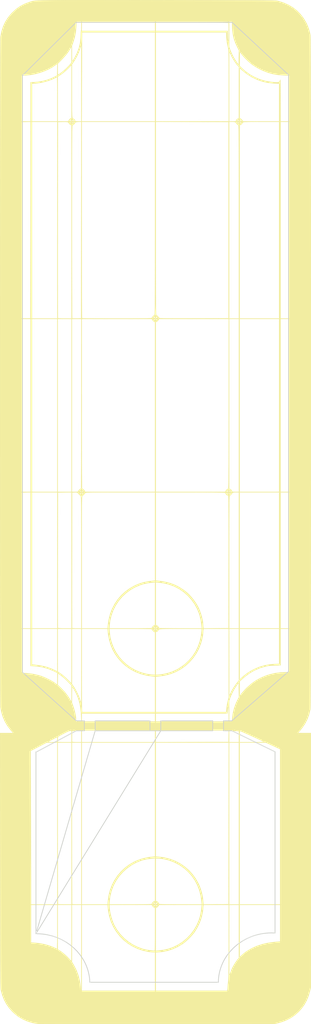
<source format=kicad_pcb>

(kicad_pcb (version 4) (host pcbnew 4.0.7)

	(general
		(links 0)
		(no_connects 0)
		(area 77.052499 41.877835 92.193313 53.630501)
		(thickness 1.6)
		(drawings 8)
		(tracks 0)
		(zones 0)
		(modules 1)
		(nets 1)
	)

	(page A4)
	(layers
		(0 F.Cu signal)
		(31 B.Cu signal)
		(32 B.Adhes user)
		(33 F.Adhes user)
		(34 B.Paste user)
		(35 F.Paste user)
		(36 B.SilkS user)
		(37 F.SilkS user)
		(38 B.Mask user)
		(39 F.Mask user)
		(40 Dwgs.User user)
		(41 Cmts.User user)
		(42 Eco1.User user)
		(43 Eco2.User user)
		(44 Edge.Cuts user)
		(45 Margin user)
		(46 B.CrtYd user)
		(47 F.CrtYd user)
		(48 B.Fab user)
		(49 F.Fab user)
	)

	(setup
		(last_trace_width 0.25)
		(trace_clearance 0.2)
		(zone_clearance 0.508)
		(zone_45_only no)
		(trace_min 0.2)
		(segment_width 0.2)
		(edge_width 0.15)
		(via_size 0.6)
		(via_drill 0.4)
		(via_min_size 0.4)
		(via_min_drill 0.3)
		(uvia_size 0.3)
		(uvia_drill 0.1)
		(uvias_allowed no)
		(uvia_min_size 0.2)
		(uvia_min_drill 0.1)
		(pcb_text_width 0.3)
		(pcb_text_size 1.5 1.5)
		(mod_edge_width 0.15)
		(mod_text_size 1 1)
		(mod_text_width 0.15)
		(pad_size 1.524 1.524)
		(pad_drill 0.762)
		(pad_to_mask_clearance 0.2)
		(aux_axis_origin 0 0)
		(visible_elements FFFFFF7F)
		(pcbplotparams
			(layerselection 0x010f0_80000001)
			(usegerberextensions false)
			(excludeedgelayer true)
			(linewidth 0.100000)
			(plotframeref false)
			(viasonmask false)
			(mode 1)
			(useauxorigin false)
			(hpglpennumber 1)
			(hpglpenspeed 20)
			(hpglpendiameter 15)
			(hpglpenoverlay 2)
			(psnegative false)
			(psa4output false)
			(plotreference true)
			(plotvalue true)
			(plotinvisibletext false)
			(padsonsilk false)
			(subtractmaskfromsilk false)
			(outputformat 1)
			(mirror false)
			(drillshape 1)
			(scaleselection 1)
			(outputdirectory gerbers/))
	)

	(net 0 "")

	(net_class Default "This is the default net class."
		(clearance 0.2)
		(trace_width 0.25)
		(via_dia 0.6)
		(via_drill 0.4)
		(uvia_dia 0.3)
		(uvia_drill 0.1)
	)
(module LOGO (layer F.Cu)
  (at 0 0)
 (fp_text reference "G***" (at 0 0) (layer F.SilkS) hide
  (effects (font (thickness 0.3)))
  )
  (fp_text value "LOGO" (at 0.75 0) (layer F.SilkS) hide
  (effects (font (thickness 0.3)))
  )
  (fp_poly (pts (xy -9.145247 -63.706032) (xy -8.234306 -63.705591) (xy -7.254267 -63.704929) (xy -6.202448 -63.704084) (xy -5.076169 -63.703093) (xy -3.872747 -63.701993) (xy -2.589502 -63.700822) (xy -1.494814 -63.699851)
     (xy -0.161122 -63.698674) (xy 1.090555 -63.697525) (xy 2.262868 -63.696389) (xy 3.358468 -63.695251) (xy 4.380006 -63.694095) (xy 5.330134 -63.692907) (xy 6.211504 -63.691672) (xy 7.026766 -63.690374)
     (xy 7.778571 -63.688998) (xy 8.469572 -63.687529) (xy 9.102419 -63.685953) (xy 9.679763 -63.684253) (xy 10.204256 -63.682416) (xy 10.678550 -63.680425) (xy 11.105294 -63.678266) (xy 11.487142 -63.675923)
     (xy 11.826744 -63.673382) (xy 12.126751 -63.670627) (xy 12.389814 -63.667644) (xy 12.618586 -63.664416) (xy 12.815716 -63.660930) (xy 12.983857 -63.657170) (xy 13.125660 -63.653120) (xy 13.243776 -63.648766)
     (xy 13.340857 -63.644093) (xy 13.419553 -63.639086) (xy 13.482516 -63.633729) (xy 13.532397 -63.628007) (xy 13.571848 -63.621906) (xy 13.603520 -63.615409) (xy 13.610167 -63.613812) (xy 14.291286 -63.406729)
     (xy 14.917915 -63.135571) (xy 15.489188 -62.801010) (xy 16.004238 -62.403720) (xy 16.462199 -61.944373) (xy 16.862204 -61.423642) (xy 17.203388 -60.842200) (xy 17.218912 -60.811497) (xy 17.387818 -60.428342)
     (xy 17.536148 -60.002491) (xy 17.650965 -59.574163) (xy 17.702203 -59.309000) (xy 17.705511 -59.245772) (xy 17.708730 -59.100165) (xy 17.711860 -58.874387) (xy 17.714902 -58.570650) (xy 17.717854 -58.191163)
     (xy 17.720718 -57.738137) (xy 17.723494 -57.213781) (xy 17.726180 -56.620306) (xy 17.728778 -55.959922) (xy 17.731288 -55.234838) (xy 17.733709 -54.447265) (xy 17.736041 -53.599414) (xy 17.738285 -52.693493)
     (xy 17.740441 -51.731714) (xy 17.742508 -50.716286) (xy 17.744487 -49.649420) (xy 17.746377 -48.533325) (xy 17.748179 -47.370211) (xy 17.749893 -46.162290) (xy 17.751519 -44.911770) (xy 17.753056 -43.620862)
     (xy 17.754505 -42.291776) (xy 17.755867 -40.926722) (xy 17.757140 -39.527911) (xy 17.758325 -38.097552) (xy 17.759422 -36.637855) (xy 17.760431 -35.151030) (xy 17.761352 -33.639288) (xy 17.762185 -32.104839)
     (xy 17.762930 -30.549893) (xy 17.763588 -28.976659) (xy 17.764157 -27.387349) (xy 17.764639 -25.784172) (xy 17.765033 -24.169337) (xy 17.765340 -22.545056) (xy 17.765558 -20.913539) (xy 17.765690 -19.276995)
     (xy 17.765733 -17.637634) (xy 17.765689 -15.997667) (xy 17.765557 -14.359304) (xy 17.765338 -12.724755) (xy 17.765032 -11.096229) (xy 17.764638 -9.475938) (xy 17.764156 -7.866091) (xy 17.763588 -6.268898)
     (xy 17.762932 -4.686570) (xy 17.762188 -3.121315) (xy 17.761358 -1.575346) (xy 17.760440 -0.050871) (xy 17.759435 1.449899) (xy 17.758343 2.924755) (xy 17.757164 4.371485) (xy 17.755897 5.787881)
     (xy 17.754544 7.171731) (xy 17.753104 8.520826) (xy 17.751576 9.832956) (xy 17.749962 11.105910) (xy 17.748261 12.337479) (xy 17.746473 13.525452) (xy 17.744598 14.667620) (xy 17.742636 15.761772)
     (xy 17.740588 16.805697) (xy 17.738452 17.797187) (xy 17.736230 18.734031) (xy 17.733922 19.614019) (xy 17.731527 20.434940) (xy 17.729045 21.194585) (xy 17.726477 21.890743) (xy 17.723822 22.521205)
     (xy 17.721080 23.083760) (xy 17.718253 23.576199) (xy 17.715338 23.996310) (xy 17.712338 24.341885) (xy 17.709251 24.610712) (xy 17.706078 24.800582) (xy 17.702818 24.909285) (xy 17.700877 24.934334)
     (xy 17.545917 25.586664) (xy 17.325949 26.190079) (xy 17.035694 26.755673) (xy 16.669869 27.294540) (xy 16.446555 27.569584) (xy 16.165023 27.897667) (xy 17.781201 27.897667) (xy 17.756835 59.711167)
     (xy 17.661767 60.123658) (xy 17.477796 60.771827) (xy 17.236108 61.362603) (xy 16.932076 61.904543) (xy 16.561072 62.406209) (xy 16.235691 62.761573) (xy 15.749122 63.193571) (xy 15.217144 63.556977)
     (xy 14.636278 63.853688) (xy 14.003047 64.085595) (xy 13.610167 64.191213) (xy 13.229167 64.281274) (xy -1.502833 64.285982) (xy -2.616284 64.286293) (xy -3.708763 64.286510) (xy -4.777185 64.286635)
     (xy -5.818464 64.286671) (xy -6.829517 64.286619) (xy -7.807258 64.286482) (xy -8.748602 64.286263) (xy -9.650464 64.285963) (xy -10.509761 64.285585) (xy -11.323405 64.285131) (xy -12.088313 64.284603)
     (xy -12.801401 64.284004) (xy -13.459582 64.283336) (xy -14.059772 64.282601) (xy -14.598886 64.281801) (xy -15.073839 64.280939) (xy -15.481547 64.280018) (xy -15.818924 64.279038) (xy -16.082885 64.278003)
     (xy -16.270346 64.276914) (xy -16.378222 64.275775) (xy -16.404166 64.275012) (xy -17.058232 64.172609) (xy -17.688787 63.990313) (xy -18.289445 63.731145) (xy -18.853817 63.398129) (xy -19.375516 62.994288)
     (xy -19.642710 62.742311) (xy -20.049596 62.286440) (xy -20.389405 61.805279) (xy -20.668851 61.286435) (xy -20.894650 60.717515) (xy -21.067035 60.113334) (xy -21.073648 60.083134) (xy -21.079874 60.047592)
     (xy -21.085726 60.004146) (xy -21.091218 59.950233) (xy -21.096365 59.883291) (xy -21.101179 59.800758) (xy -21.105676 59.700072) (xy -21.109869 59.578670) (xy -21.113771 59.433990) (xy -21.117397 59.263471)
     (xy -21.120762 59.064549) (xy -21.123877 58.834662) (xy -21.126759 58.571249) (xy -21.129419 58.271747) (xy -21.131874 57.933594) (xy -21.134135 57.554228) (xy -21.136218 57.131086) (xy -21.138136 56.661607)
     (xy -21.139904 56.143227) (xy -21.141534 55.573385) (xy -21.143042 54.949519) (xy -21.144440 54.269066) (xy -21.145743 53.529465) (xy -21.146965 52.728152) (xy -21.148119 51.862566) (xy -21.149221 50.930144)
     (xy -21.150282 49.928325) (xy -21.150789 49.403000) (xy -17.272000 49.403000) (xy -17.272000 54.089271) (xy -16.802874 54.117764) (xy -16.233536 54.177154) (xy -15.660571 54.283423) (xy -15.108046 54.430661)
     (xy -14.600028 54.612961) (xy -14.372166 54.714483) (xy -14.227555 54.782495) (xy -14.112849 54.833842) (xy -14.048986 54.859215) (xy -14.044083 54.860362) (xy -14.038593 54.819846) (xy -14.033403 54.701708)
     (xy -14.028597 54.512993) (xy -14.024255 54.260745) (xy -14.020459 53.952008) (xy -14.017293 53.593827) (xy -14.014838 53.193246) (xy -14.013175 52.757310) (xy -14.012387 52.293063) (xy -14.012333 52.133500)
     (xy -14.012333 49.403000) (xy -13.927666 49.403000) (xy -13.927666 54.941761) (xy -13.768916 55.038083) (xy -13.464664 55.243992) (xy -13.142080 55.499637) (xy -12.827675 55.782938) (xy -12.611380 56.002217)
     (xy -12.474730 56.148350) (xy -12.360598 56.268999) (xy -12.280360 56.352238) (xy -12.245395 56.386141) (xy -12.244916 56.386362) (xy -12.243294 56.345324) (xy -12.241747 56.225856) (xy -12.240294 56.034192)
     (xy -12.238956 55.776570) (xy -12.237750 55.459225) (xy -12.236696 55.088393) (xy -12.235812 54.670310) (xy -12.235117 54.211212) (xy -12.234631 53.717335) (xy -12.234372 53.194915) (xy -12.234333 52.895500)
     (xy -12.234333 49.403000) (xy -12.149666 49.403000) (xy -12.149666 56.521519) (xy -11.916365 56.912470) (xy -11.595011 57.532654) (xy -11.345871 58.192523) (xy -11.172177 58.882674) (xy -11.112466 59.252519)
     (xy -11.086474 59.467419) (xy -11.065632 59.671362) (xy -11.052418 59.838096) (xy -11.049000 59.925002) (xy -11.044747 60.037901) (xy -11.033999 60.105134) (xy -11.027833 60.113334) (xy -11.025201 60.071840)
     (xy -11.022663 59.950719) (xy -11.020240 59.755010) (xy -11.017950 59.489751) (xy -11.015815 59.159982) (xy -11.013854 58.770743) (xy -11.012086 58.327071) (xy -11.010532 57.834007) (xy -11.009212 57.296589)
     (xy -11.008146 56.719857) (xy -11.007353 56.108849) (xy -11.006853 55.468605) (xy -11.006667 54.804164) (xy -11.006666 54.758167) (xy -11.006666 49.403000) (xy -10.922000 49.403000) (xy -10.922000 60.113334)
     (xy -1.778000 60.113334) (xy -1.778000 55.341979) (xy -1.651000 55.341979) (xy -1.651000 60.113334) (xy 7.270750 60.113334) (xy 7.297209 59.981042) (xy 7.312641 59.861669) (xy 7.322836 59.702930)
     (xy 7.325009 59.610625) (xy 7.332003 59.460888) (xy 7.349584 59.261145) (xy 7.374576 59.044929) (xy 7.387686 58.949167) (xy 7.397727 58.867305) (xy 7.406664 58.764991) (xy 7.414558 58.637390)
     (xy 7.421470 58.479666) (xy 7.427458 58.286983) (xy 7.432585 58.054507) (xy 7.436909 57.777401) (xy 7.440492 57.450830) (xy 7.443394 57.069958) (xy 7.445674 56.629951) (xy 7.447394 56.125972)
     (xy 7.448614 55.553185) (xy 7.449393 54.906756) (xy 7.449792 54.181849) (xy 7.449844 53.964417) (xy 7.450667 49.403000) (xy 7.535334 49.403000) (xy 7.537447 53.795084) (xy 7.539561 58.187167)
     (xy 7.678716 57.806167) (xy 7.755812 57.605266) (xy 7.839525 57.403182) (xy 7.915239 57.234771) (xy 7.936077 57.192334) (xy 8.057130 56.971770) (xy 8.206924 56.725118) (xy 8.366490 56.481880)
     (xy 8.516864 56.271560) (xy 8.578422 56.193140) (xy 8.720667 56.019447) (xy 8.720667 49.403000) (xy 8.847667 49.403000) (xy 8.847667 55.887501) (xy 9.133417 55.625514) (xy 9.310328 55.473797)
     (xy 9.519771 55.309522) (xy 9.721751 55.163815) (xy 9.757834 55.139573) (xy 10.357366 54.790131) (xy 11.005527 54.503248) (xy 11.705228 54.278027) (xy 12.459380 54.113567) (xy 13.270895 54.008971)
     (xy 13.472584 53.992814) (xy 13.885334 53.963400) (xy 13.885334 49.403000) (xy 8.847667 49.403000) (xy 8.720667 49.403000) (xy 7.535334 49.403000) (xy 7.450667 49.403000) (xy 4.328584 49.403000)
     (xy 4.302125 49.535292) (xy 4.283653 49.672940) (xy 4.275675 49.822178) (xy 4.275667 49.826080) (xy 4.263086 50.011968) (xy 4.228344 50.254939) (xy 4.175946 50.531719) (xy 4.110393 50.819030)
     (xy 4.036190 51.093598) (xy 4.020183 51.146638) (xy 3.880537 51.532766) (xy 3.694883 51.946658) (xy 3.478528 52.357693) (xy 3.246777 52.735248) (xy 3.171390 52.844663) (xy 2.965799 53.106376)
     (xy 2.708882 53.391594) (xy 2.421231 53.680334) (xy 2.123439 53.952612) (xy 1.836099 54.188445) (xy 1.644658 54.326185) (xy 1.058490 54.670541) (xy 0.441120 54.946998) (xy -0.194965 55.151259)
     (xy -0.837283 55.279029) (xy -1.238250 55.318242) (xy -1.651000 55.341979) (xy -1.778000 55.341979) (xy -1.778000 55.329667) (xy -2.021416 55.329497) (xy -2.179785 55.322182) (xy -2.383547 55.302916)
     (xy -2.594897 55.275453) (xy -2.647096 55.267325) (xy -3.312824 55.118782) (xy -3.959986 54.894761) (xy -4.578358 54.600882) (xy -5.157716 54.242767) (xy -5.687838 53.826035) (xy -6.158499 53.356307)
     (xy -6.191345 53.318834) (xy -6.636470 52.745145) (xy -7.003798 52.138760) (xy -7.293907 51.498295) (xy -7.507377 50.822365) (xy -7.644787 50.109586) (xy -7.684041 49.752250) (xy -7.698771 49.577484)
     (xy -7.450666 49.577484) (xy -7.431578 49.881202) (xy -7.378095 50.237274) (xy -7.295889 50.623467) (xy -7.190634 51.017548) (xy -7.068002 51.397284) (xy -6.933666 51.740444) (xy -6.856469 51.906292)
     (xy -6.515293 52.495543) (xy -6.106930 53.038463) (xy -5.638297 53.529674) (xy -5.116311 53.963796) (xy -4.547890 54.335449) (xy -3.939950 54.639256) (xy -3.299408 54.869836) (xy -2.921000 54.966738)
     (xy -2.663495 55.014994) (xy -2.355747 55.059867) (xy -2.032171 55.096668) (xy -1.852083 55.112369) (xy -1.837029 55.109748) (xy -1.824159 55.095348) (xy -1.813301 55.063060) (xy -1.804287 55.006774)
     (xy -1.796945 54.920380) (xy -1.791106 54.797768) (xy -1.786599 54.632829) (xy -1.783253 54.419453) (xy -1.780900 54.151531) (xy -1.779368 53.822951) (xy -1.778488 53.427606) (xy -1.778089 52.959384)
     (xy -1.778000 52.453310) (xy -1.778000 49.788620) (xy -1.651000 49.788620) (xy -1.651000 55.114815) (xy -1.365250 55.091860) (xy -1.183642 55.073493) (xy -0.961136 55.045612) (xy -0.740177 55.013621)
     (xy -0.698500 55.006977) (xy -0.060758 54.861142) (xy 0.556586 54.637122) (xy 1.146188 54.340387) (xy 1.700705 53.976407) (xy 2.212793 53.550651) (xy 2.675107 53.068589) (xy 3.080303 52.535691)
     (xy 3.421038 51.957427) (xy 3.436214 51.927495) (xy 3.697927 51.329128) (xy 3.887575 50.712564) (xy 4.009720 50.061367) (xy 4.045761 49.731084) (xy 4.073947 49.403000) (xy -1.248833 49.406262)
     (xy -1.334230 49.541994) (xy -1.423786 49.649594) (xy -1.526872 49.728888) (xy -1.535314 49.733173) (xy -1.651000 49.788620) (xy -1.778000 49.788620) (xy -1.893686 49.733173) (xy -1.995712 49.658628)
     (xy -2.088405 49.551785) (xy -2.094769 49.541994) (xy -2.156363 49.444095) (xy -1.927206 49.444095) (xy -1.880809 49.505810) (xy -1.815824 49.553106) (xy -1.785711 49.531966) (xy -1.790370 49.498588)
     (xy -1.643006 49.498588) (xy -1.630870 49.546539) (xy -1.584016 49.545182) (xy -1.530223 49.502324) (xy -1.506255 49.460152) (xy -1.509522 49.412536) (xy -1.555412 49.410994) (xy -1.625894 49.459765)
     (xy -1.643006 49.498588) (xy -1.790370 49.498588) (xy -1.795957 49.458566) (xy -1.811867 49.436867) (xy -1.882638 49.407460) (xy -1.906965 49.410711) (xy -1.927206 49.444095) (xy -2.156363 49.444095)
     (xy -2.180166 49.406262) (xy -7.450666 49.403000) (xy -7.450666 49.577484) (xy -7.698771 49.577484) (xy -7.713479 49.403000) (xy -10.922000 49.403000) (xy -11.006666 49.403000) (xy -12.149666 49.403000)
     (xy -12.234333 49.403000) (xy -13.927666 49.403000) (xy -14.012333 49.403000) (xy -17.272000 49.403000) (xy -21.150789 49.403000) (xy -21.151319 48.854545) (xy -21.152343 47.706244) (xy -21.153370 46.480858)
     (xy -21.154414 45.175825) (xy -21.155442 43.846750) (xy -21.165917 30.162500) (xy -17.324101 30.162500) (xy -17.298051 37.207444) (xy -17.295102 38.021130) (xy -17.292247 38.840683) (xy -17.289505 39.659338)
     (xy -17.286893 40.470326) (xy -17.284431 41.266880) (xy -17.282136 42.042231) (xy -17.280028 42.789613) (xy -17.278124 43.502257) (xy -17.276443 44.173396) (xy -17.275003 44.796262) (xy -17.273822 45.364088)
     (xy -17.272920 45.870106) (xy -17.272315 46.307548) (xy -17.272024 46.669647) (xy -17.272000 46.785361) (xy -17.272000 49.318334) (xy -14.012333 49.318334) (xy -14.012333 29.125334) (xy -13.927666 29.125334)
     (xy -13.927666 39.193611) (xy -13.927549 40.111111) (xy -13.927205 41.006332) (xy -13.926644 41.875587) (xy -13.925877 42.715186) (xy -13.924913 43.521441) (xy -13.923763 44.290663) (xy -13.922438 45.019163)
     (xy -13.920947 45.703252) (xy -13.919302 46.339242) (xy -13.917511 46.923443) (xy -13.915587 47.452167) (xy -13.913538 47.921726) (xy -13.911375 48.328429) (xy -13.909110 48.668589) (xy -13.906751 48.938517)
     (xy -13.904309 49.134523) (xy -13.901794 49.252919) (xy -13.899444 49.290111) (xy -13.850210 49.298859) (xy -13.729801 49.306504) (xy -13.551704 49.312596) (xy -13.329408 49.316685) (xy -13.076403 49.318322)
     (xy -13.052778 49.318334) (xy -12.234333 49.318334) (xy -12.234333 29.125334) (xy -12.149666 29.125334) (xy -12.149666 39.193611) (xy -12.149549 40.111111) (xy -12.149205 41.006332) (xy -12.148644 41.875587)
     (xy -12.147877 42.715186) (xy -12.146913 43.521441) (xy -12.145763 44.290663) (xy -12.144438 45.019163) (xy -12.142947 45.703252) (xy -12.141302 46.339242) (xy -12.139511 46.923443) (xy -12.137587 47.452167)
     (xy -12.135538 47.921726) (xy -12.133375 48.328429) (xy -12.131110 48.668589) (xy -12.128751 48.938517) (xy -12.126309 49.134523) (xy -12.123794 49.252919) (xy -12.121444 49.290111) (xy -12.070684 49.300730)
     (xy -11.952196 49.309524) (xy -11.782914 49.315656) (xy -11.579771 49.318291) (xy -11.549944 49.318334) (xy -11.006666 49.318334) (xy -11.006666 29.125334) (xy -10.922000 29.125334) (xy -10.922000 49.318334)
     (xy -7.714681 49.318334) (xy -7.463345 49.318334) (xy -4.864089 49.317685) (xy -4.401984 49.317076) (xy -3.964641 49.315543) (xy -3.559468 49.313176) (xy -3.193874 49.310063) (xy -2.875266 49.306293)
     (xy -2.611054 49.301954) (xy -2.408645 49.297137) (xy -2.275448 49.291930) (xy -2.218871 49.286421) (xy -2.217823 49.285935) (xy -2.176137 49.238850) (xy -1.947333 49.238850) (xy -1.918638 49.273988)
     (xy -1.857812 49.268427) (xy -1.802744 49.229069) (xy -1.792608 49.210674) (xy -1.790193 49.191334) (xy -1.651000 49.191334) (xy -1.621066 49.262086) (xy -1.566333 49.276000) (xy -1.497492 49.261789)
     (xy -1.481666 49.242134) (xy -1.512161 49.181018) (xy -1.575511 49.122930) (xy -1.617133 49.106667) (xy -1.644670 49.142194) (xy -1.651000 49.191334) (xy -1.790193 49.191334) (xy -1.783819 49.140291)
     (xy -1.792914 49.119975) (xy -1.839501 49.122241) (xy -1.901538 49.165156) (xy -1.943758 49.221569) (xy -1.947333 49.238850) (xy -2.176137 49.238850) (xy -2.167519 49.229116) (xy -2.108321 49.132662)
     (xy -2.103403 49.123213) (xy -2.018083 49.014731) (xy -1.907357 48.938310) (xy -1.906996 48.938160) (xy -1.778000 48.884728) (xy -1.778000 43.603334) (xy -1.651000 43.603334) (xy -1.651000 48.884728)
     (xy -1.522003 48.938160) (xy -1.411279 49.014390) (xy -1.325786 49.122844) (xy -1.325597 49.123213) (xy -1.266893 49.221418) (xy -1.214693 49.283388) (xy -1.211176 49.285935) (xy -1.161569 49.291445)
     (xy -1.034674 49.296664) (xy -0.837869 49.301503) (xy -0.578532 49.305876) (xy -0.264042 49.309694) (xy 0.098223 49.312870) (xy 0.500884 49.315315) (xy 0.936565 49.316942) (xy 1.397885 49.317664)
     (xy 1.455383 49.317685) (xy 4.074933 49.318334) (xy 4.045201 48.969084) (xy 3.945280 48.263383) (xy 3.770506 47.589341) (xy 3.524486 46.951553) (xy 3.210825 46.354616) (xy 2.833128 45.803127)
     (xy 2.395003 45.301683) (xy 1.900055 44.854881) (xy 1.351889 44.467317) (xy 0.754112 44.143587) (xy 0.110330 43.888289) (xy 0.042334 43.866312) (xy -0.281223 43.775188) (xy -0.622353 43.698749)
     (xy -0.954523 43.641816) (xy -1.251198 43.609214) (xy -1.404460 43.603334) (xy -1.651000 43.603334) (xy -1.778000 43.603334) (xy -1.778000 43.590564) (xy -2.169583 43.617920) (xy -2.838574 43.706501)
     (xy -3.487297 43.876155) (xy -4.111213 44.124765) (xy -4.705783 44.450210) (xy -5.266468 44.850372) (xy -5.759773 45.293972) (xy -6.228833 45.820760) (xy -6.624514 46.387716) (xy -6.945114 46.991138)
     (xy -7.188927 47.627322) (xy -7.354251 48.292564) (xy -7.436349 48.938019) (xy -7.463345 49.318334) (xy -7.714681 49.318334) (xy -7.685460 48.947917) (xy -7.588864 48.239428) (xy -7.415211 47.557557)
     (xy -7.168304 46.907611) (xy -6.851950 46.294896) (xy -6.469952 45.724718) (xy -6.026114 45.202387) (xy -5.524242 44.733207) (xy -4.968139 44.322486) (xy -4.361611 43.975531) (xy -4.003549 43.811987)
     (xy -3.384926 43.595313) (xy -2.729280 43.444221) (xy -2.277949 43.382239) (xy -1.778000 43.332252) (xy -1.778000 29.125334) (xy -1.651000 29.125334) (xy -1.651000 43.337186) (xy -1.264449 43.366366)
     (xy -0.558656 43.460830) (xy 0.120207 43.633473) (xy 0.767087 43.880686) (xy 1.376934 44.198856) (xy 1.944693 44.584372) (xy 2.465314 45.033624) (xy 2.933743 45.543000) (xy 3.344930 46.108890)
     (xy 3.693821 46.727681) (xy 3.819628 47.000319) (xy 3.941277 47.315473) (xy 4.053288 47.669066) (xy 4.147992 48.032017) (xy 4.217719 48.375246) (xy 4.252704 48.642346) (xy 4.269165 48.828120)
     (xy 4.286733 49.007838) (xy 4.301182 49.138936) (xy 4.323344 49.319371) (xy 7.429500 49.297167) (xy 7.440171 39.211250) (xy 7.450842 29.125334) (xy 7.535334 29.125334) (xy 7.535334 49.318334)
     (xy 8.720667 49.318334) (xy 8.720667 29.125334) (xy 8.847667 29.125334) (xy 8.847667 49.318334) (xy 13.885334 49.318334) (xy 13.885334 29.939983) (xy 12.998884 29.532658) (xy 12.112435 29.125334)
     (xy 8.847667 29.125334) (xy 8.720667 29.125334) (xy 7.535334 29.125334) (xy 7.450842 29.125334) (xy -1.651000 29.125334) (xy -1.778000 29.125334) (xy -10.922000 29.125334) (xy -11.006666 29.125334)
     (xy -12.149666 29.125334) (xy -12.234333 29.125334) (xy -13.927666 29.125334) (xy -14.012333 29.125334) (xy -15.333452 29.125334) (xy -16.328777 29.643917) (xy -17.324101 30.162500) (xy -21.165917 30.162500)
     (xy -21.166789 29.022910) (xy -15.113000 29.022910) (xy -15.073287 29.029516) (xy -14.964629 29.035007) (xy -14.802743 29.038877) (xy -14.603349 29.040618) (xy -14.562666 29.040667) (xy -14.012333 29.040667)
     (xy -14.012333 28.838581) (xy -13.928327 28.838581) (xy -13.918831 28.954452) (xy -13.899444 29.012445) (xy -13.850210 29.021193) (xy -13.729801 29.028837) (xy -13.551704 29.034929) (xy -13.329408 29.039018)
     (xy -13.076403 29.040655) (xy -13.052778 29.040667) (xy -12.234333 29.040667) (xy -12.234333 28.524106) (xy -12.143052 28.524106) (xy -12.142839 28.722142) (xy -12.139846 28.875698) (xy -12.134292 28.968387)
     (xy -12.131010 28.985890) (xy -12.098137 29.009953) (xy -12.014450 29.026415) (xy -11.869898 29.036237) (xy -11.654433 29.040380) (xy -11.558328 29.040667) (xy -11.006666 29.040667) (xy -11.006666 27.601334)
     (xy -10.922000 27.601334) (xy -10.922000 29.040667) (xy -1.778000 29.040667) (xy -1.778000 27.601334) (xy -1.651000 27.601334) (xy -1.651000 29.041048) (xy -1.490444 29.040667) (xy 7.535334 29.040667)
     (xy 8.720667 29.040667) (xy 8.720667 28.363334) (xy 8.847667 28.363334) (xy 8.847667 29.040667) (xy 10.361084 29.038972) (xy 10.758067 29.038329) (xy 11.077753 29.037133) (xy 11.327513 29.035013)
     (xy 11.514715 29.031594) (xy 11.646730 29.026505) (xy 11.730928 29.019374) (xy 11.774678 29.009828) (xy 11.785351 28.997494) (xy 11.770315 28.981999) (xy 11.748068 28.968872) (xy 11.652759 28.920655)
     (xy 11.498455 28.846585) (xy 11.295768 28.751458) (xy 11.055310 28.640069) (xy 10.787694 28.517214) (xy 10.503532 28.387686) (xy 10.213435 28.256282) (xy 9.928017 28.127797) (xy 9.657890 28.007026)
     (xy 9.413665 27.898764) (xy 9.205955 27.807806) (xy 9.045372 27.738948) (xy 8.942529 27.696984) (xy 8.908947 27.686000) (xy 8.885511 27.698656) (xy 8.868720 27.744079) (xy 8.857565 27.833453)
     (xy 8.851031 27.977961) (xy 8.848109 28.188785) (xy 8.847667 28.363334) (xy 8.720667 28.363334) (xy 8.720667 27.691447) (xy 8.286750 27.671657) (xy 8.083957 27.660178) (xy 7.895372 27.645586)
     (xy 7.748429 27.630182) (xy 7.694084 27.621969) (xy 7.535334 27.592070) (xy 7.535334 29.040667) (xy -1.490444 29.040667) (xy 7.429500 29.019500) (xy 7.452714 27.601334) (xy -1.651000 27.601334)
     (xy -1.778000 27.601334) (xy -10.922000 27.601334) (xy -11.006666 27.601334) (xy -11.006666 27.594644) (xy -11.334750 27.620088) (xy -11.533731 27.634348) (xy -11.736749 27.647026) (xy -11.895666 27.655182)
     (xy -12.128500 27.664834) (xy -12.140265 28.297974) (xy -12.143052 28.524106) (xy -12.234333 28.524106) (xy -12.234333 27.643667) (xy -12.378083 27.643667) (xy -12.479675 27.663892) (xy -12.641058 27.725619)
     (xy -12.865878 27.830426) (xy -13.157779 27.979892) (xy -13.171833 27.987313) (xy -13.387975 28.102394) (xy -13.579957 28.206135) (xy -13.734373 28.291172) (xy -13.837820 28.350140) (xy -13.874750 28.373497)
     (xy -13.899698 28.433593) (xy -13.917671 28.549944) (xy -13.927577 28.694342) (xy -13.928327 28.838581) (xy -14.012333 28.838581) (xy -14.012333 28.744334) (xy -14.014507 28.598261) (xy -14.020229 28.492420)
     (xy -14.028296 28.448232) (xy -14.028956 28.448000) (xy -14.073476 28.466537) (xy -14.174756 28.516421) (xy -14.316595 28.589060) (xy -14.482794 28.675862) (xy -14.657149 28.768235) (xy -14.823463 28.857588)
     (xy -14.965533 28.935328) (xy -15.067158 28.992863) (xy -15.112140 29.021603) (xy -15.113000 29.022910) (xy -21.166789 29.022910) (xy -21.167651 27.897667) (xy -19.554898 27.897667) (xy -19.823841 27.589292)
     (xy -20.243912 27.046912) (xy -20.585561 26.473318) (xy -20.848365 25.869460) (xy -21.031897 25.236286) (xy -21.124278 24.684337) (xy -21.126584 24.621992) (xy -21.128827 24.477233) (xy -21.131008 24.252276)
     (xy -21.133126 23.949338) (xy -21.135181 23.570635) (xy -21.137173 23.118386) (xy -21.139103 22.594806) (xy -21.140971 22.002113) (xy -21.141284 21.887435) (xy -13.929719 21.887435) (xy -13.524325 22.274994)
     (xy -13.066175 22.757959) (xy -12.673174 23.266325) (xy -12.431261 23.649928) (xy -12.349990 23.790455) (xy -12.285895 23.897714) (xy -12.249329 23.954520) (xy -12.244916 23.959308) (xy -12.241934 23.919321)
     (xy -12.239277 23.806352) (xy -12.237069 23.632087) (xy -12.235437 23.408210) (xy -12.234507 23.146724) (xy -12.149666 23.146724) (xy -12.149666 24.115778) (xy -11.981291 24.587787) (xy -11.885186 24.880821)
     (xy -11.798769 25.188889) (xy -11.726784 25.491133) (xy -11.673974 25.766694) (xy -11.645082 25.994713) (xy -11.641088 26.083983) (xy -11.636421 26.262550) (xy -11.613681 26.372885) (xy -11.557704 26.431370)
     (xy -11.453326 26.454391) (xy -11.294610 26.458334) (xy -10.999761 26.458334) (xy -11.018689 25.939750) (xy -11.045450 25.484667) (xy -10.922000 25.484667) (xy -10.922000 26.458334) (xy -1.778000 26.458334)
     (xy -1.778000 25.484667) (xy -1.651000 25.484667) (xy -1.651000 26.458334) (xy 7.450667 26.458334) (xy 7.445662 25.452917) (xy 7.442434 25.121627) (xy 7.436457 24.874915) (xy 7.427717 24.712734)
     (xy 7.416196 24.635038) (xy 7.401880 24.641781) (xy 7.384752 24.732919) (xy 7.364797 24.908404) (xy 7.342933 25.156584) (xy 7.316443 25.484667) (xy -1.651000 25.484667) (xy -1.778000 25.484667)
     (xy -10.922000 25.484667) (xy -11.045450 25.484667) (xy -11.055597 25.312117) (xy -11.119501 24.751198) (xy -11.213074 24.242608) (xy -11.338988 23.771965) (xy -11.499913 23.324884) (xy -11.508124 23.304837)
     (xy -11.586575 23.126958) (xy -11.682279 22.928958) (xy -11.786421 22.726961) (xy -11.890186 22.537094) (xy -11.984758 22.375483) (xy -12.061324 22.258252) (xy -12.111067 22.201528) (xy -12.111346 22.201354)
     (xy -12.123160 22.234429) (xy -12.133240 22.343222) (xy -12.141224 22.518794) (xy -12.146749 22.752208) (xy -12.149453 23.034526) (xy -12.149666 23.146724) (xy -12.234507 23.146724) (xy -12.234505 23.146406)
     (xy -12.234333 22.968368) (xy -12.234333 21.976069) (xy -12.697472 21.494307) (xy -12.893237 21.299241) (xy -13.106470 21.100926) (xy -13.314433 20.919678) (xy -13.494391 20.775815) (xy -13.533555 20.747205)
     (xy -13.906500 20.481867) (xy -13.918109 21.184651) (xy -13.929719 21.887435) (xy -21.141284 21.887435) (xy -21.142775 21.342524) (xy -21.144518 20.618255) (xy -21.146198 19.831524) (xy -21.147815 18.984547)
     (xy -21.149371 18.079541) (xy -21.150864 17.118724) (xy -21.152294 16.104312) (xy -21.153663 15.038522) (xy -21.153823 14.901334) (xy -18.372666 14.901334) (xy -18.372666 20.391800) (xy -17.854083 20.419000)
     (xy -17.096984 20.500886) (xy -16.350177 20.665816) (xy -16.086666 20.744844) (xy -15.821150 20.841120) (xy -15.520271 20.968181) (xy -15.205295 21.115443) (xy -14.897489 21.272324) (xy -14.618117 21.428239)
     (xy -14.388447 21.572605) (xy -14.308666 21.629703) (xy -14.180328 21.726153) (xy -14.081099 21.799686) (xy -14.027597 21.838026) (xy -14.022916 21.840839) (xy -14.019443 21.801873) (xy -14.016449 21.691914)
     (xy -14.014136 21.524634) (xy -14.012706 21.313705) (xy -14.012333 21.125085) (xy -14.012333 20.406170) (xy -14.446250 20.195577) (xy -15.117160 19.915317) (xy -15.807786 19.716841) (xy -16.522389 19.599052)
     (xy -16.874833 19.570871) (xy -17.356666 19.545048) (xy -17.356666 14.901334) (xy -17.145000 14.901334) (xy -17.145000 19.333931) (xy -16.655971 19.383510) (xy -15.969571 19.481272) (xy -15.342410 19.630531)
     (xy -14.764507 19.834030) (xy -14.393333 20.005424) (xy -14.237554 20.084456) (xy -14.113382 20.146853) (xy -14.037796 20.184114) (xy -14.022916 20.190858) (xy -14.021058 20.150103) (xy -14.019303 20.031842)
     (xy -14.017681 19.843238) (xy -14.016221 19.591451) (xy -14.014950 19.283643) (xy -14.013898 18.926974) (xy -14.013093 18.528607) (xy -14.012563 18.095702) (xy -14.012339 17.635420) (xy -14.012333 17.547167)
     (xy -14.012333 14.901334) (xy -13.927666 14.901334) (xy -13.927666 20.230682) (xy -13.536083 20.496925) (xy -13.334513 20.646388) (xy -13.103476 20.837667) (xy -12.868911 21.048558) (xy -12.700000 21.212576)
     (xy -12.544001 21.370021) (xy -12.410492 21.504244) (xy -12.310100 21.604601) (xy -12.253451 21.660451) (xy -12.244916 21.668326) (xy -12.243269 21.628052) (xy -12.241700 21.509433) (xy -12.240230 21.318789)
     (xy -12.238878 21.062441) (xy -12.237664 20.746709) (xy -12.236607 20.377914) (xy -12.235728 19.962377) (xy -12.235046 19.506419) (xy -12.234581 19.016361) (xy -12.234354 18.498523) (xy -12.234333 18.288000)
     (xy -12.234333 14.901334) (xy -12.149666 14.901334) (xy -12.149666 21.781558) (xy -11.932576 22.098529) (xy -11.777425 22.344952) (xy -11.614521 22.637795) (xy -11.455564 22.952958) (xy -11.312252 23.266342)
     (xy -11.196285 23.553845) (xy -11.130660 23.750412) (xy -11.084599 23.904697) (xy -11.046794 24.021893) (xy -11.023474 24.083024) (xy -11.019938 24.087667) (xy -11.018158 24.046240) (xy -11.016449 23.925588)
     (xy -11.014825 23.731152) (xy -11.013303 23.468372) (xy -11.011898 23.142690) (xy -11.010626 22.759546) (xy -11.009503 22.324383) (xy -11.008544 21.842641) (xy -11.007766 21.319760) (xy -11.007183 20.761183)
     (xy -11.006812 20.172350) (xy -11.006668 19.558703) (xy -11.006666 19.494500) (xy -11.006666 14.901334) (xy -10.922000 14.901334) (xy -10.922000 19.763280) (xy -10.921763 20.404717) (xy -10.921073 21.027014)
     (xy -10.919959 21.624401) (xy -10.918453 22.191110) (xy -10.916585 22.721373) (xy -10.914385 23.209421) (xy -10.911884 23.649485) (xy -10.909113 24.035798) (xy -10.906101 24.362590) (xy -10.902879 24.624093)
     (xy -10.899477 24.814539) (xy -10.895927 24.928160) (xy -10.894621 24.949113) (xy -10.867243 25.273000) (xy -1.778000 25.273000) (xy -1.778000 20.882736) (xy -1.651000 20.882736) (xy -1.651000 25.273000)
     (xy 7.141837 25.273000) (xy 7.169512 24.879290) (xy 7.191985 24.672577) (xy 7.231241 24.419808) (xy 7.281277 24.156473) (xy 7.323927 23.966560) (xy 7.344393 23.882746) (xy 7.535334 23.882746)
     (xy 7.535334 26.458334) (xy 7.861468 26.458334) (xy 7.885898 26.087917) (xy 7.962870 25.479961) (xy 8.110725 24.862828) (xy 8.322642 24.260962) (xy 8.509315 23.854216) (xy 8.722302 23.435881)
     (xy 8.710901 22.544691) (xy 8.699500 21.653500) (xy 8.458386 21.992167) (xy 8.213653 22.368770) (xy 7.982949 22.785230) (xy 7.784345 23.206947) (xy 7.666245 23.508957) (xy 7.535334 23.882746)
     (xy 7.344393 23.882746) (xy 7.450667 23.447540) (xy 7.450667 14.901334) (xy 7.535334 14.901334) (xy 7.537729 19.060584) (xy 7.540125 23.219834) (xy 7.704066 22.871088) (xy 7.807486 22.666973)
     (xy 7.935875 22.436025) (xy 8.065436 22.220624) (xy 8.096252 22.172588) (xy 8.223099 21.985014) (xy 8.361583 21.790920) (xy 8.487535 21.623897) (xy 8.522582 21.580015) (xy 8.611572 21.470928)
     (xy 8.847667 21.470928) (xy 8.847667 23.250314) (xy 9.043725 22.981074) (xy 9.146112 22.852604) (xy 9.292647 22.684688) (xy 9.466165 22.496269) (xy 9.649502 22.306290) (xy 9.710475 22.245251)
     (xy 10.257839 21.755450) (xy 10.838724 21.340098) (xy 11.460922 20.994644) (xy 12.132223 20.714538) (xy 12.573000 20.572705) (xy 13.262547 20.409632) (xy 13.949200 20.322279) (xy 14.382707 20.304478)
     (xy 14.943580 20.298834) (xy 14.943624 17.600084) (xy 14.943667 14.901334) (xy 13.970000 14.901334) (xy 13.970000 19.462669) (xy 13.239750 19.485241) (xy 12.919044 19.498006) (xy 12.659475 19.515819)
     (xy 12.437552 19.541260) (xy 12.229782 19.576910) (xy 12.053944 19.615464) (xy 11.357017 19.822645) (xy 10.694764 20.106774) (xy 10.066449 20.468248) (xy 9.471336 20.907464) (xy 9.154584 21.185408)
     (xy 8.847667 21.470928) (xy 8.611572 21.470928) (xy 8.720667 21.337196) (xy 8.720667 14.901334) (xy 8.847667 14.901334) (xy 8.847667 21.199253) (xy 9.006417 21.051961) (xy 9.128912 20.940838)
     (xy 9.277164 20.809807) (xy 9.376834 20.723515) (xy 9.758653 20.430737) (xy 10.199387 20.150476) (xy 10.673306 19.897156) (xy 11.154680 19.685204) (xy 11.370180 19.606030) (xy 11.991932 19.427370)
     (xy 12.623716 19.316852) (xy 13.176250 19.273176) (xy 13.758334 19.249825) (xy 13.758334 14.901334) (xy 8.847667 14.901334) (xy 8.720667 14.901334) (xy 7.535334 14.901334) (xy 7.450667 14.901334)
     (xy 4.328584 14.901334) (xy 4.302125 15.033625) (xy 4.284453 15.166551) (xy 4.275724 15.319484) (xy 4.275532 15.340542) (xy 4.261234 15.550501) (xy 4.221671 15.816844) (xy 4.161429 16.116726)
     (xy 4.085097 16.427304) (xy 3.997478 16.725066) (xy 3.743991 17.376671) (xy 3.417514 17.986960) (xy 3.016450 18.558543) (xy 2.561167 19.071860) (xy 2.028751 19.554233) (xy 1.456907 19.961702)
     (xy 0.846031 20.294079) (xy 0.196520 20.551177) (xy -0.491229 20.732808) (xy -1.153583 20.832711) (xy -1.651000 20.882736) (xy -1.778000 20.882736) (xy -1.778000 20.878926) (xy -2.084916 20.850493)
     (xy -2.826402 20.742458) (xy -3.530686 20.560166) (xy -4.194844 20.305360) (xy -4.815949 19.979786) (xy -5.391075 19.585185) (xy -5.917298 19.123303) (xy -6.391690 18.595883) (xy -6.781722 18.051334)
     (xy -7.084719 17.505684) (xy -7.332849 16.905100) (xy -7.521959 16.262444) (xy -7.647900 15.590575) (xy -7.685638 15.250584) (xy -7.715599 14.901334) (xy -7.462814 14.901334) (xy -7.433345 15.292917)
     (xy -7.341111 15.972544) (xy -7.171475 16.626265) (xy -6.929074 17.248850) (xy -6.618540 17.835070) (xy -6.244509 18.379695) (xy -5.811614 18.877496) (xy -5.324490 19.323243) (xy -4.787771 19.711707)
     (xy -4.206091 20.037659) (xy -3.584085 20.295868) (xy -2.926387 20.481106) (xy -2.815166 20.504213) (xy -2.563925 20.551191) (xy -2.361603 20.581665) (xy -2.175019 20.599817) (xy -1.979083 20.609559)
     (xy -1.778000 20.616334) (xy -1.778000 15.326841) (xy -1.846318 15.291512) (xy -1.651000 15.291512) (xy -1.651000 20.616334) (xy -1.471083 20.616084) (xy -1.349681 20.609535) (xy -1.173899 20.592182)
     (xy -0.972879 20.567117) (xy -0.869397 20.552265) (xy -0.188154 20.410915) (xy 0.453049 20.196993) (xy 1.060528 19.907656) (xy 1.640600 19.540062) (xy 2.004990 19.258603) (xy 2.502732 18.792089)
     (xy 2.935864 18.272576) (xy 3.302331 17.704126) (xy 3.600076 17.090796) (xy 3.827043 16.436647) (xy 3.981177 15.745738) (xy 4.045761 15.229417) (xy 4.073947 14.901334) (xy 1.452398 14.901334)
     (xy 0.909868 14.901265) (xy 0.445592 14.901394) (xy 0.053158 14.902225) (xy -0.273846 14.904261) (xy -0.541832 14.908006) (xy -0.757213 14.913963) (xy -0.926400 14.922636) (xy -1.055806 14.934530)
     (xy -1.151842 14.950146) (xy -1.220921 14.969990) (xy -1.269455 14.994564) (xy -1.303856 15.024372) (xy -1.330535 15.059918) (xy -1.355906 15.101706) (xy -1.368747 15.122911) (xy -1.452442 15.214140)
     (xy -1.545702 15.265084) (xy -1.651000 15.291512) (xy -1.846318 15.291512) (xy -1.904283 15.261537) (xy -2.014722 15.176999) (xy -2.093218 15.075080) (xy -2.157810 14.981550) (xy -2.193146 14.952935)
     (xy -1.929005 14.952935) (xy -1.916723 14.992448) (xy -1.905000 15.007167) (xy -1.843889 15.060384) (xy -1.815150 15.070667) (xy -1.782168 15.036303) (xy -1.778000 15.007167) (xy -1.651000 15.007167)
     (xy -1.630896 15.063542) (xy -1.613850 15.070667) (xy -1.558679 15.041704) (xy -1.524000 15.007167) (xy -1.496733 14.958510) (xy -1.540611 14.944015) (xy -1.561150 14.943667) (xy -1.634142 14.968945)
     (xy -1.651000 15.007167) (xy -1.778000 15.007167) (xy -1.813768 14.955581) (xy -1.867850 14.943667) (xy -1.929005 14.952935) (xy -2.193146 14.952935) (xy -2.224396 14.927630) (xy -2.277968 14.922946)
     (xy -2.408695 14.918528) (xy -2.609065 14.914452) (xy -2.871568 14.910792) (xy -3.188690 14.907622) (xy -3.552922 14.905017) (xy -3.956750 14.903051) (xy -4.392665 14.901799) (xy -4.853154 14.901335)
     (xy -4.877869 14.901334) (xy -7.462814 14.901334) (xy -7.715599 14.901334) (xy -10.922000 14.901334) (xy -11.006666 14.901334) (xy -12.149666 14.901334) (xy -12.234333 14.901334) (xy -13.927666 14.901334)
     (xy -14.012333 14.901334) (xy -17.145000 14.901334) (xy -17.356666 14.901334) (xy -18.372666 14.901334) (xy -21.153823 14.901334) (xy -21.153922 14.816667) (xy -18.372874 14.816667) (xy -17.356666 14.816667)
     (xy -17.356666 -2.159000) (xy -17.145000 -2.159000) (xy -17.145000 14.816667) (xy -14.012333 14.816667) (xy -14.012333 10.216494) (xy -13.920084 10.216494) (xy -13.919998 10.903002) (xy -13.919712 11.546893)
     (xy -13.919230 12.144116) (xy -13.918557 12.690620) (xy -13.917697 13.182353) (xy -13.916654 13.615263) (xy -13.915434 13.985299) (xy -13.914040 14.288411) (xy -13.912476 14.520546) (xy -13.910748 14.677653)
     (xy -13.908859 14.755681) (xy -13.908102 14.763750) (xy -13.878450 14.783177) (xy -13.800750 14.797641) (xy -13.666715 14.807660) (xy -13.468055 14.813751) (xy -13.196482 14.816433) (xy -13.061162 14.816667)
     (xy -12.234333 14.816667) (xy -12.234333 10.216494) (xy -12.142084 10.216494) (xy -12.141998 10.903002) (xy -12.141712 11.546893) (xy -12.141230 12.144116) (xy -12.140557 12.690620) (xy -12.139697 13.182353)
     (xy -12.138654 13.615263) (xy -12.137434 13.985299) (xy -12.136040 14.288411) (xy -12.134476 14.520546) (xy -12.132748 14.677653) (xy -12.130859 14.755681) (xy -12.130102 14.763750) (xy -12.094246 14.787359)
     (xy -12.001831 14.803492) (xy -11.844097 14.812961) (xy -11.612285 14.816575) (xy -11.558328 14.816667) (xy -11.006666 14.816667) (xy -11.006666 6.582834) (xy -10.922000 6.582834) (xy -10.922000 14.816667)
     (xy -7.713479 14.816667) (xy -7.462814 14.816667) (xy -4.877869 14.816667) (xy -4.416238 14.816236) (xy -3.978740 14.814993) (xy -3.572894 14.813015) (xy -3.206217 14.810378) (xy -2.886227 14.807159)
     (xy -2.620442 14.803433) (xy -2.416380 14.799278) (xy -2.281559 14.794768) (xy -2.223496 14.789981) (xy -2.222719 14.789727) (xy -2.187095 14.759490) (xy -1.932267 14.759490) (xy -1.888388 14.773985)
     (xy -1.867850 14.774334) (xy -1.794858 14.749055) (xy -1.778000 14.710834) (xy -1.651000 14.710834) (xy -1.615232 14.762420) (xy -1.561150 14.774334) (xy -1.499994 14.765065) (xy -1.512277 14.725553)
     (xy -1.524000 14.710834) (xy -1.585110 14.657617) (xy -1.613850 14.647334) (xy -1.646832 14.681697) (xy -1.651000 14.710834) (xy -1.778000 14.710834) (xy -1.798104 14.654458) (xy -1.815150 14.647334)
     (xy -1.870321 14.676296) (xy -1.905000 14.710834) (xy -1.932267 14.759490) (xy -2.187095 14.759490) (xy -2.154151 14.731529) (xy -2.114075 14.661683) (xy -2.053127 14.574745) (xy -1.951302 14.488246)
     (xy -1.926818 14.472775) (xy -1.778000 14.384970) (xy -1.651000 14.384970) (xy -1.502182 14.472775) (xy -1.395963 14.554672) (xy -1.322573 14.645484) (xy -1.314418 14.663017) (xy -1.264654 14.749419)
     (xy -1.219819 14.787718) (xy -1.168648 14.791710) (xy -1.040223 14.795579) (xy -0.841955 14.799253) (xy -0.581256 14.802663) (xy -0.265539 14.805736) (xy 0.097785 14.808402) (xy 0.501304 14.810591)
     (xy 0.937606 14.812230) (xy 1.399278 14.813250) (xy 1.454323 14.813325) (xy 4.072812 14.816667) (xy 4.043858 14.467417) (xy 3.944501 13.757199) (xy 3.767538 13.079023) (xy 3.514228 12.435617)
     (xy 3.185828 11.829709) (xy 2.783597 11.264026) (xy 2.337888 10.769992) (xy 1.817384 10.311607) (xy 1.252019 9.924516) (xy 0.644384 9.609892) (xy -0.002928 9.368911) (xy -0.687326 9.202747)
     (xy -1.301750 9.120737) (xy -1.651000 9.090734) (xy -1.651000 14.384970) (xy -1.778000 14.384970) (xy -1.778000 9.092855) (xy -2.127250 9.122686) (xy -2.656496 9.193319) (xy -3.191959 9.311369)
     (xy -3.619500 9.442319) (xy -4.252391 9.709723) (xy -4.841157 10.046097) (xy -5.381448 10.445759) (xy -5.868914 10.903025) (xy -6.299205 11.412213) (xy -6.667972 11.967639) (xy -6.970864 12.563621)
     (xy -7.203531 13.194476) (xy -7.361623 13.854520) (xy -7.433438 14.425084) (xy -7.462814 14.816667) (xy -7.713479 14.816667) (xy -7.683814 14.467417) (xy -7.582340 13.742462) (xy -7.405615 13.049733)
     (xy -7.156718 12.393583) (xy -6.838731 11.778364) (xy -6.454734 11.208430) (xy -6.007806 10.688134) (xy -5.501029 10.221830) (xy -4.937482 9.813869) (xy -4.320247 9.468605) (xy -4.063135 9.350806)
     (xy -3.721956 9.215048) (xy -3.382320 9.105211) (xy -3.024224 9.016557) (xy -2.627663 8.944349) (xy -2.172635 8.883849) (xy -2.021416 8.867240) (xy -1.778000 8.841575) (xy -1.778000 -2.159000)
     (xy -1.651000 -2.159000) (xy -1.651000 8.840928) (xy -1.365250 8.866973) (xy -0.652312 8.962474) (xy 0.006567 9.116388) (xy 0.622588 9.333188) (xy 1.206952 9.617348) (xy 1.770862 9.973343)
     (xy 2.176393 10.281439) (xy 2.495036 10.572146) (xy 2.817537 10.923617) (xy 3.127494 11.314408) (xy 3.408505 11.723076) (xy 3.644167 12.128178) (xy 3.743023 12.329596) (xy 3.877285 12.654787)
     (xy 4.000388 13.010783) (xy 4.107015 13.377127) (xy 4.191845 13.733362) (xy 4.249558 14.059031) (xy 4.274835 14.333677) (xy 4.275532 14.377459) (xy 4.282432 14.527952) (xy 4.299174 14.668471)
     (xy 4.302228 14.684891) (xy 4.328790 14.817699) (xy 5.879145 14.806600) (xy 7.429500 14.795500) (xy 7.440191 6.590834) (xy 7.440244 6.543353) (xy 7.535334 6.543353) (xy 7.535334 14.816667)
     (xy 8.720667 14.816667) (xy 8.720667 -2.159000) (xy 8.847667 -2.159000) (xy 8.847667 14.816667) (xy 13.758334 14.816667) (xy 13.758334 -2.159000) (xy 13.970000 -2.159000) (xy 13.970000 14.816667)
     (xy 14.943667 14.816667) (xy 14.943667 -2.159000) (xy 13.970000 -2.159000) (xy 13.758334 -2.159000) (xy 8.847667 -2.159000) (xy 8.720667 -2.159000) (xy 8.362503 -2.159000) (xy 8.148321 -2.152121)
     (xy 8.011904 -2.131773) (xy 7.960974 -2.106083) (xy 7.907380 -2.039943) (xy 7.829075 -1.942554) (xy 7.809279 -1.917846) (xy 7.719722 -1.824299) (xy 7.634230 -1.762895) (xy 7.618141 -1.756243)
     (xy 7.608298 -1.752017) (xy 7.599268 -1.743513) (xy 7.591015 -1.727225) (xy 7.583505 -1.699646) (xy 7.576702 -1.657267) (xy 7.570572 -1.596583) (xy 7.565079 -1.514085) (xy 7.560189 -1.406267)
     (xy 7.555866 -1.269621) (xy 7.552076 -1.100640) (xy 7.548783 -0.895817) (xy 7.545953 -0.651646) (xy 7.543551 -0.364617) (xy 7.541541 -0.031226) (xy 7.539888 0.352037) (xy 7.538559 0.788677)
     (xy 7.537516 1.282202) (xy 7.536727 1.836120) (xy 7.536155 2.453937) (xy 7.535765 3.139161) (xy 7.535523 3.895299) (xy 7.535394 4.725858) (xy 7.535342 5.634345) (xy 7.535334 6.543353)
     (xy 7.440244 6.543353) (xy 7.441445 5.476270) (xy 7.442189 4.445557) (xy 7.442422 3.497881) (xy 7.442139 2.632428) (xy 7.441337 1.848385) (xy 7.440012 1.144937) (xy 7.438163 0.521270)
     (xy 7.435785 -0.023429) (xy 7.432875 -0.489975) (xy 7.429429 -0.879181) (xy 7.425446 -1.191861) (xy 7.420920 -1.428830) (xy 7.415850 -1.590901) (xy 7.410231 -1.678888) (xy 7.406951 -1.695916)
     (xy 7.352021 -1.761749) (xy 7.314322 -1.778000) (xy 7.243826 -1.808414) (xy 7.159296 -1.879704) (xy 7.091406 -1.961942) (xy 7.069667 -2.016723) (xy 7.036303 -2.078515) (xy 7.015154 -2.094496)
     (xy 7.287189 -2.094496) (xy 7.300380 -2.035770) (xy 7.332134 -1.998133) (xy 7.387111 -1.952514) (xy 7.406420 -1.978526) (xy 7.408334 -2.032000) (xy 7.405824 -2.038540) (xy 7.544549 -2.038540)
     (xy 7.557053 -1.996480) (xy 7.601033 -1.996207) (xy 7.675277 -2.036808) (xy 7.695451 -2.067793) (xy 7.682947 -2.109853) (xy 7.638967 -2.110126) (xy 7.564723 -2.069525) (xy 7.544549 -2.038540)
     (xy 7.405824 -2.038540) (xy 7.381864 -2.100952) (xy 7.344834 -2.116666) (xy 7.287189 -2.094496) (xy 7.015154 -2.094496) (xy 6.987783 -2.115177) (xy 6.930498 -2.123487) (xy 6.791154 -2.130917)
     (xy 6.569466 -2.137469) (xy 6.265145 -2.143146) (xy 5.877906 -2.147951) (xy 5.407460 -2.151887) (xy 4.853521 -2.154957) (xy 4.215801 -2.157163) (xy 3.494013 -2.158509) (xy 2.687870 -2.158998)
     (xy 2.627450 -2.159000) (xy -1.651000 -2.159000) (xy -1.778000 -2.159000) (xy -6.096000 -2.159000) (xy -6.795628 -2.158958) (xy -7.415502 -2.158773) (xy -7.960534 -2.158355) (xy -8.435635 -2.157614)
     (xy -8.845718 -2.156463) (xy -9.195694 -2.154810) (xy -9.490477 -2.152566) (xy -9.734978 -2.149643) (xy -9.934109 -2.145950) (xy -10.092782 -2.141398) (xy -10.215910 -2.135899) (xy -10.308404 -2.129361)
     (xy -10.375177 -2.121697) (xy -10.421140 -2.112816) (xy -10.451207 -2.102629) (xy -10.470288 -2.091047) (xy -10.482310 -2.079144) (xy -10.603338 -1.947844) (xy -10.746473 -1.806183) (xy -10.842144 -1.719310)
     (xy -10.851661 -1.709403) (xy -10.860391 -1.694303) (xy -10.868368 -1.670479) (xy -10.875625 -1.634400) (xy -10.882197 -1.582534) (xy -10.888117 -1.511349) (xy -10.893420 -1.417316) (xy -10.898139 -1.296902)
     (xy -10.902309 -1.146577) (xy -10.905963 -0.962808) (xy -10.909135 -0.742065) (xy -10.911860 -0.480817) (xy -10.914171 -0.175531) (xy -10.916102 0.177322) (xy -10.917687 0.581276) (xy -10.918960 1.039859)
     (xy -10.919956 1.556605) (xy -10.920708 2.135045) (xy -10.921249 2.778708) (xy -10.921615 3.491128) (xy -10.921839 4.275835) (xy -10.921955 5.136360) (xy -10.921996 6.076235) (xy -10.922000 6.582834)
     (xy -11.006666 6.582834) (xy -11.006695 5.600086) (xy -11.006801 4.698490) (xy -11.007015 3.874530) (xy -11.007370 3.124691) (xy -11.007896 2.445456) (xy -11.008626 1.833310) (xy -11.009590 1.284739)
     (xy -11.010820 0.796226) (xy -11.012347 0.364256) (xy -11.014202 -0.014686) (xy -11.016418 -0.344116) (xy -11.019025 -0.627549) (xy -11.022055 -0.868500) (xy -11.025539 -1.070486) (xy -11.029508 -1.237021)
     (xy -11.033995 -1.371621) (xy -11.039030 -1.477801) (xy -11.044644 -1.559078) (xy -11.050870 -1.618965) (xy -11.057738 -1.660979) (xy -11.065280 -1.688636) (xy -11.073527 -1.705450) (xy -11.080750 -1.713538)
     (xy -11.200811 -1.823528) (xy -11.337935 -1.961339) (xy -11.442401 -2.075189) (xy -11.463953 -2.094496) (xy -11.170144 -2.094496) (xy -11.156953 -2.035770) (xy -11.125200 -1.998133) (xy -11.070222 -1.952514)
     (xy -11.050914 -1.978526) (xy -11.049186 -2.026816) (xy -10.879666 -2.026816) (xy -10.870398 -1.965661) (xy -10.830886 -1.977943) (xy -10.816166 -1.989666) (xy -10.762950 -2.050777) (xy -10.752666 -2.079517)
     (xy -10.787030 -2.112498) (xy -10.816166 -2.116666) (xy -10.867753 -2.080898) (xy -10.879666 -2.026816) (xy -11.049186 -2.026816) (xy -11.049000 -2.032000) (xy -11.075470 -2.100952) (xy -11.112500 -2.116666)
     (xy -11.170144 -2.094496) (xy -11.463953 -2.094496) (xy -11.493831 -2.121261) (xy -11.562367 -2.145951) (xy -11.671135 -2.153814) (xy -11.823401 -2.150234) (xy -12.128500 -2.137833) (xy -12.139357 6.286500)
     (xy -12.140338 7.125321) (xy -12.141097 7.941783) (xy -12.141638 8.731833) (xy -12.141966 9.491421) (xy -12.142084 10.216494) (xy -12.234333 10.216494) (xy -12.234333 -2.160790) (xy -13.070416 -2.149311)
     (xy -13.906500 -2.137833) (xy -13.917357 6.286500) (xy -13.918338 7.125321) (xy -13.919097 7.941783) (xy -13.919638 8.731833) (xy -13.919966 9.491421) (xy -13.920084 10.216494) (xy -14.012333 10.216494)
     (xy -14.012333 -2.159000) (xy -17.145000 -2.159000) (xy -17.356666 -2.159000) (xy -17.356666 -2.161687) (xy -18.351500 -2.137833) (xy -18.372874 14.816667) (xy -21.153922 14.816667) (xy -21.154969 13.923571)
     (xy -21.156214 12.761677) (xy -21.157396 11.555055) (xy -21.158516 10.305923) (xy -21.159574 9.016498) (xy -21.160570 7.688997) (xy -21.161504 6.325637) (xy -21.162377 4.928634) (xy -21.163187 3.500206)
     (xy -21.163936 2.042569) (xy -21.164623 0.557941) (xy -21.165248 -0.951462) (xy -21.165812 -2.483422) (xy -21.166314 -4.035724) (xy -21.166754 -5.606149) (xy -21.167133 -7.192480) (xy -21.167451 -8.792502)
     (xy -21.167707 -10.403997) (xy -21.167901 -12.024748) (xy -21.168035 -13.652538) (xy -21.168107 -15.285150) (xy -21.168117 -16.920368) (xy -21.168067 -18.555973) (xy -21.167955 -20.189751) (xy -21.167782 -21.819482)
     (xy -21.167548 -23.442951) (xy -21.167477 -23.833666) (xy -18.372666 -23.833666) (xy -18.372666 -2.243666) (xy -17.356666 -2.243666) (xy -17.356666 -23.833666) (xy -17.145000 -23.833666) (xy -17.145000 -2.243666)
     (xy -14.012333 -2.243666) (xy -14.012333 -23.833666) (xy -13.927666 -23.833666) (xy -13.927666 -2.243666) (xy -12.234333 -2.243666) (xy -12.234333 -23.833666) (xy -12.149666 -23.833666) (xy -12.149666 -2.243666)
     (xy -11.790920 -2.243666) (xy -11.616301 -2.244793) (xy -11.506444 -2.252131) (xy -11.441448 -2.271622) (xy -11.431653 -2.280816) (xy -11.176000 -2.280816) (xy -11.141636 -2.247835) (xy -11.112500 -2.243666)
     (xy -11.060914 -2.279435) (xy -11.049000 -2.333517) (xy -10.879666 -2.333517) (xy -10.854388 -2.260524) (xy -10.816166 -2.243666) (xy -10.759791 -2.263771) (xy -10.752666 -2.280816) (xy -10.781629 -2.335987)
     (xy -10.816166 -2.370666) (xy -10.864823 -2.397934) (xy -10.879318 -2.354055) (xy -10.879666 -2.333517) (xy -11.049000 -2.333517) (xy -11.058268 -2.394672) (xy -11.097781 -2.382390) (xy -11.112500 -2.370666)
     (xy -11.165717 -2.309556) (xy -11.176000 -2.280816) (xy -11.431653 -2.280816) (xy -11.401408 -2.309204) (xy -11.366706 -2.370268) (xy -11.283133 -2.485002) (xy -11.185702 -2.570373) (xy -11.095154 -2.634861)
     (xy -11.039184 -2.687023) (xy -11.039065 -2.687189) (xy -11.036293 -2.732818) (xy -11.033582 -2.859504) (xy -11.030943 -3.063638) (xy -11.028387 -3.341610) (xy -11.025925 -3.689810) (xy -11.023566 -4.104629)
     (xy -11.021323 -4.582457) (xy -11.019207 -5.119685) (xy -11.017226 -5.712702) (xy -11.015394 -6.357900) (xy -11.013720 -7.051669) (xy -11.012215 -7.790399) (xy -11.010891 -8.570481) (xy -11.009757 -9.388305)
     (xy -11.008825 -10.240261) (xy -11.008106 -11.122740) (xy -11.007610 -12.032133) (xy -11.007348 -12.964829) (xy -11.007315 -13.282083) (xy -11.006666 -23.833666) (xy -10.922000 -23.833666) (xy -10.921352 -13.282083)
     (xy -10.921171 -12.342383) (xy -10.920752 -11.424776) (xy -10.920106 -10.532872) (xy -10.919245 -9.670281) (xy -10.918177 -8.840613) (xy -10.916916 -8.047477) (xy -10.915470 -7.294482) (xy -10.913852 -6.585239)
     (xy -10.912071 -5.923356) (xy -10.910139 -5.312444) (xy -10.908067 -4.756112) (xy -10.905865 -4.257969) (xy -10.903544 -3.821626) (xy -10.901116 -3.450691) (xy -10.898590 -3.148774) (xy -10.895977 -2.919485)
     (xy -10.893290 -2.766434) (xy -10.890537 -2.693230) (xy -10.889602 -2.687189) (xy -10.833882 -2.635155) (xy -10.743406 -2.570654) (xy -10.742964 -2.570373) (xy -10.638763 -2.477516) (xy -10.561960 -2.370268)
     (xy -10.496492 -2.243666) (xy -1.778000 -2.243666) (xy -1.651000 -2.243666) (xy 7.029429 -2.243666) (xy 7.037209 -2.264131) (xy 7.258396 -2.264131) (xy 7.297712 -2.244372) (xy 7.322177 -2.243666)
     (xy 7.393944 -2.272853) (xy 7.408334 -2.328333) (xy 7.405347 -2.340345) (xy 7.538951 -2.340345) (xy 7.576065 -2.275075) (xy 7.638739 -2.243676) (xy 7.639838 -2.243666) (xy 7.697061 -2.263409)
     (xy 7.704667 -2.280816) (xy 7.677063 -2.335664) (xy 7.617763 -2.386158) (xy 7.562032 -2.405149) (xy 7.550247 -2.399691) (xy 7.538951 -2.340345) (xy 7.405347 -2.340345) (xy 7.391223 -2.397133)
     (xy 7.367490 -2.413000) (xy 7.317500 -2.379969) (xy 7.281334 -2.328333) (xy 7.258396 -2.264131) (xy 7.037209 -2.264131) (xy 7.067553 -2.343940) (xy 7.128092 -2.439298) (xy 7.221758 -2.531324)
     (xy 7.225255 -2.533980) (xy 7.322125 -2.608006) (xy 7.394695 -2.665657) (xy 7.397750 -2.668208) (xy 7.403550 -2.688241) (xy 7.408939 -2.740006) (xy 7.413929 -2.826147) (xy 7.418533 -2.949313)
     (xy 7.422766 -3.112150) (xy 7.426640 -3.317305) (xy 7.430168 -3.567424) (xy 7.433364 -3.865154) (xy 7.436240 -4.213142) (xy 7.438811 -4.614034) (xy 7.441088 -5.070478) (xy 7.443086 -5.585120)
     (xy 7.444818 -6.160606) (xy 7.446297 -6.799584) (xy 7.447535 -7.504700) (xy 7.448547 -8.278601) (xy 7.449345 -9.123933) (xy 7.449943 -10.043343) (xy 7.450354 -11.039479) (xy 7.450591 -12.114986)
     (xy 7.450667 -13.272511) (xy 7.450667 -23.833666) (xy 7.535334 -23.833666) (xy 7.535334 -2.640348) (xy 7.678618 -2.572020) (xy 7.797934 -2.485292) (xy 7.879452 -2.373679) (xy 7.937002 -2.243666)
     (xy 8.720667 -2.243666) (xy 8.720667 -23.833666) (xy 8.847667 -23.833666) (xy 8.847667 -2.243666) (xy 13.758334 -2.243666) (xy 13.758334 -23.833666) (xy 13.970000 -23.833666) (xy 13.970000 -2.243666)
     (xy 14.943667 -2.243666) (xy 14.943667 -23.833666) (xy 13.970000 -23.833666) (xy 13.758334 -23.833666) (xy 8.847667 -23.833666) (xy 8.720667 -23.833666) (xy 7.535334 -23.833666) (xy 7.450667 -23.833666)
     (xy 3.100917 -23.833399) (xy -1.248833 -23.833131) (xy -1.321666 -23.705148) (xy -1.413013 -23.591060) (xy -1.522481 -23.504332) (xy -1.650465 -23.431500) (xy -1.650732 -12.837583) (xy -1.651000 -2.243666)
     (xy -1.778000 -2.243666) (xy -1.778267 -12.837583) (xy -1.778535 -23.431500) (xy -1.906518 -23.504332) (xy -2.020606 -23.595680) (xy -2.107334 -23.705148) (xy -2.157084 -23.792572) (xy -1.927206 -23.792572)
     (xy -1.880809 -23.730857) (xy -1.815824 -23.683561) (xy -1.785711 -23.704701) (xy -1.790370 -23.738079) (xy -1.643006 -23.738079) (xy -1.630870 -23.690127) (xy -1.584016 -23.691484) (xy -1.530223 -23.734343)
     (xy -1.506255 -23.776515) (xy -1.509522 -23.824131) (xy -1.555412 -23.825672) (xy -1.625894 -23.776902) (xy -1.643006 -23.738079) (xy -1.790370 -23.738079) (xy -1.795957 -23.778100) (xy -1.811867 -23.799800)
     (xy -1.882638 -23.829206) (xy -1.906965 -23.825956) (xy -1.927206 -23.792572) (xy -2.157084 -23.792572) (xy -2.180166 -23.833131) (xy -6.551083 -23.833399) (xy -10.922000 -23.833666) (xy -11.006666 -23.833666)
     (xy -12.149666 -23.833666) (xy -12.234333 -23.833666) (xy -13.927666 -23.833666) (xy -14.012333 -23.833666) (xy -17.145000 -23.833666) (xy -17.356666 -23.833666) (xy -18.372666 -23.833666) (xy -21.167477 -23.833666)
     (xy -21.167253 -25.057941) (xy -21.166897 -26.662234) (xy -21.166479 -28.253614) (xy -21.166001 -29.829864) (xy -21.165749 -30.560703) (xy -18.364999 -30.560703) (xy -18.364924 -29.730104) (xy -18.364707 -28.941457)
     (xy -18.364351 -28.198121) (xy -18.363860 -27.503449) (xy -18.363236 -26.860801) (xy -18.362482 -26.273531) (xy -18.361600 -25.744997) (xy -18.360592 -25.278556) (xy -18.359463 -24.877563) (xy -18.358213 -24.545376)
     (xy -18.356847 -24.285350) (xy -18.355366 -24.100844) (xy -18.353774 -23.995212) (xy -18.352550 -23.969856) (xy -18.319735 -23.945164) (xy -18.236679 -23.930422) (xy -18.092296 -23.924689) (xy -17.875503 -23.927020)
     (xy -17.854877 -23.927523) (xy -17.377833 -23.939500) (xy -17.367178 -36.206927) (xy -17.356525 -48.471666) (xy -17.145000 -48.471666) (xy -17.145000 -23.918333) (xy -14.012333 -23.918333) (xy -14.012333 -30.560928)
     (xy -13.920061 -30.560928) (xy -13.920006 -29.730391) (xy -13.919813 -28.941812) (xy -13.919484 -28.198548) (xy -13.919022 -27.503954) (xy -13.918428 -26.861387) (xy -13.917707 -26.274203) (xy -13.916860 -25.745757)
     (xy -13.915889 -25.279406) (xy -13.914798 -24.878507) (xy -13.913589 -24.546414) (xy -13.912264 -24.286484) (xy -13.910826 -24.102073) (xy -13.909277 -23.996538) (xy -13.908085 -23.971250) (xy -13.878441 -23.951823)
     (xy -13.800752 -23.937359) (xy -13.666729 -23.927341) (xy -13.468084 -23.921250) (xy -13.196526 -23.918568) (xy -13.061162 -23.918333) (xy -12.234333 -23.918333) (xy -12.234333 -35.969222) (xy -12.149666 -35.969222)
     (xy -12.149564 -34.966893) (xy -12.149262 -33.986559) (xy -12.148769 -33.031598) (xy -12.148092 -32.105389) (xy -12.147241 -31.211310) (xy -12.146223 -30.352738) (xy -12.145047 -29.533052) (xy -12.143722 -28.755630)
     (xy -12.142254 -28.023850) (xy -12.140653 -27.341091) (xy -12.138927 -26.710729) (xy -12.137084 -26.136143) (xy -12.135133 -25.620712) (xy -12.133081 -25.167814) (xy -12.130937 -24.780826) (xy -12.128709 -24.463126)
     (xy -12.126406 -24.218094) (xy -12.124035 -24.049106) (xy -12.121605 -23.959541) (xy -12.120241 -23.945352) (xy -12.068934 -23.935056) (xy -11.950194 -23.928255) (xy -11.781202 -23.925487) (xy -11.579140 -23.927295)
     (xy -11.559324 -23.927713) (xy -11.027833 -23.939500) (xy -11.017178 -36.205583) (xy -11.006522 -48.471666) (xy -10.922000 -48.471666) (xy -10.922000 -36.223222) (xy -10.921904 -35.210248) (xy -10.921620 -34.219246)
     (xy -10.921156 -33.253558) (xy -10.920520 -32.316525) (xy -10.919720 -31.411491) (xy -10.918763 -30.541797) (xy -10.917657 -29.710786) (xy -10.916410 -28.921799) (xy -10.915028 -28.178179) (xy -10.913521 -27.483269)
     (xy -10.911896 -26.840410) (xy -10.910159 -26.252945) (xy -10.908320 -25.724216) (xy -10.906386 -25.257565) (xy -10.904363 -24.856334) (xy -10.902261 -24.523865) (xy -10.900087 -24.263502) (xy -10.897848 -24.078585)
     (xy -10.895552 -23.972458) (xy -10.893778 -23.946555) (xy -10.848414 -23.942648) (xy -10.724049 -23.938901) (xy -10.526352 -23.935351) (xy -10.260988 -23.932035) (xy -9.933624 -23.928990) (xy -9.549926 -23.926252)
     (xy -9.115561 -23.923860) (xy -8.636196 -23.921849) (xy -8.117497 -23.920256) (xy -7.565131 -23.919118) (xy -6.984765 -23.918473) (xy -6.556280 -23.918333) (xy -5.828436 -23.918533) (xy -5.181160 -23.919167)
     (xy -4.610352 -23.920285) (xy -4.111915 -23.921935) (xy -3.681750 -23.924169) (xy -3.315757 -23.927036) (xy -3.009840 -23.930585) (xy -2.759898 -23.934867) (xy -2.561834 -23.939932) (xy -2.411550 -23.945828)
     (xy -2.304946 -23.952607) (xy -2.237924 -23.960318) (xy -2.206386 -23.969011) (xy -2.203640 -23.971250) (xy -2.174563 -24.007135) (xy -1.944230 -24.007135) (xy -1.914931 -23.967251) (xy -1.862666 -23.960666)
     (xy -1.791914 -23.990601) (xy -1.778000 -24.045333) (xy -1.651000 -24.045333) (xy -1.621066 -23.974581) (xy -1.566333 -23.960666) (xy -1.497492 -23.974877) (xy -1.481666 -23.994533) (xy -1.512161 -24.055648)
     (xy -1.575511 -24.113737) (xy -1.617133 -24.130000) (xy -1.644670 -24.094473) (xy -1.651000 -24.045333) (xy -1.778000 -24.045333) (xy -1.796953 -24.119035) (xy -1.850762 -24.116505) (xy -1.896533 -24.079200)
     (xy -1.944230 -24.007135) (xy -2.174563 -24.007135) (xy -2.150047 -24.037390) (xy -2.071742 -24.134779) (xy -2.051945 -24.159487) (xy -1.962388 -24.253034) (xy -1.876896 -24.314438) (xy -1.860807 -24.321090)
     (xy -1.852597 -24.324635) (xy -1.844948 -24.331812) (xy -1.837841 -24.345522) (xy -1.831255 -24.368666) (xy -1.825172 -24.404148) (xy -1.819570 -24.454867) (xy -1.814430 -24.523727) (xy -1.809732 -24.613629)
     (xy -1.805456 -24.727475) (xy -1.801583 -24.868167) (xy -1.798092 -25.038605) (xy -1.794963 -25.241693) (xy -1.792178 -25.480332) (xy -1.789715 -25.757424) (xy -1.787556 -26.075870) (xy -1.785679 -26.438573)
     (xy -1.784066 -26.848434) (xy -1.782695 -27.308355) (xy -1.781549 -27.821237) (xy -1.780606 -28.389983) (xy -1.779847 -29.017494) (xy -1.779251 -29.706673) (xy -1.778799 -30.460420) (xy -1.778472 -31.281638)
     (xy -1.778249 -32.173228) (xy -1.778110 -33.138093) (xy -1.778035 -34.179133) (xy -1.778005 -35.299252) (xy -1.778000 -36.409519) (xy -1.778000 -36.409710) (xy -1.651000 -36.409710) (xy -1.650993 -35.213768)
     (xy -1.650961 -34.099591) (xy -1.650882 -33.064278) (xy -1.650738 -32.104925) (xy -1.650507 -31.218632) (xy -1.650171 -30.402498) (xy -1.649710 -29.653619) (xy -1.649103 -28.969094) (xy -1.648331 -28.346022)
     (xy -1.647373 -27.781501) (xy -1.646211 -27.272629) (xy -1.644823 -26.816504) (xy -1.643191 -26.410224) (xy -1.641294 -26.050888) (xy -1.639113 -25.735594) (xy -1.636627 -25.461440) (xy -1.633817 -25.225525)
     (xy -1.630663 -25.024946) (xy -1.627144 -24.856803) (xy -1.623242 -24.718192) (xy -1.618936 -24.606212) (xy -1.614206 -24.517962) (xy -1.609033 -24.450540) (xy -1.603396 -24.401044) (xy -1.597276 -24.366573)
     (xy -1.590652 -24.344223) (xy -1.583506 -24.331095) (xy -1.575816 -24.324285) (xy -1.568192 -24.321090) (xy -1.489041 -24.271997) (xy -1.397200 -24.183472) (xy -1.377054 -24.159487) (xy -1.296924 -24.059697)
     (xy -1.234541 -23.982526) (xy -1.225172 -23.971050) (xy -1.202079 -23.962135) (xy -1.145560 -23.954305) (xy -1.051460 -23.947517) (xy -0.915628 -23.941731) (xy -0.733909 -23.936908) (xy -0.502150 -23.933006)
     (xy -0.216199 -23.929985) (xy 0.128099 -23.927806) (xy 0.534896 -23.926426) (xy 1.008345 -23.925806) (xy 1.552600 -23.925906) (xy 2.171814 -23.926685) (xy 2.870141 -23.928102) (xy 3.123940 -23.928716)
     (xy 7.429500 -23.939500) (xy 7.429500 -48.450500) (xy -1.490022 -48.471666) (xy 7.535334 -48.471666) (xy 7.535334 -23.918333) (xy 8.720667 -23.918333) (xy 8.720667 -35.980480) (xy 8.720660 -37.176412)
     (xy 8.720628 -38.290579) (xy 8.720549 -39.325883) (xy 8.720405 -40.285226) (xy 8.720174 -41.171509) (xy 8.719838 -41.987635) (xy 8.719377 -42.736504) (xy 8.718770 -43.421020) (xy 8.717998 -44.044083)
     (xy 8.717040 -44.608595) (xy 8.715878 -45.117459) (xy 8.714490 -45.573576) (xy 8.712858 -45.979848) (xy 8.710961 -46.339176) (xy 8.708780 -46.654462) (xy 8.706294 -46.928609) (xy 8.703484 -47.164518)
     (xy 8.700329 -47.365090) (xy 8.696811 -47.533228) (xy 8.692908 -47.671834) (xy 8.688602 -47.783808) (xy 8.683872 -47.872054) (xy 8.678699 -47.939472) (xy 8.673062 -47.988964) (xy 8.666941 -48.023433)
     (xy 8.660318 -48.045780) (xy 8.657787 -48.050429) (xy 8.847667 -48.050429) (xy 8.847667 -23.918333) (xy 13.758334 -23.918333) (xy 13.758334 -48.471666) (xy 13.970000 -48.471666) (xy 13.970000 -23.918333)
     (xy 14.943667 -23.918333) (xy 14.943667 -48.471666) (xy 13.970000 -48.471666) (xy 13.758334 -48.471666) (xy 11.537503 -48.471666) (xy 11.022147 -48.471234) (xy 10.585868 -48.469850) (xy 10.223082 -48.467384)
     (xy 9.928202 -48.463705) (xy 9.695643 -48.458683) (xy 9.519820 -48.452188) (xy 9.395148 -48.444089) (xy 9.316041 -48.434255) (xy 9.276913 -48.422556) (xy 9.272209 -48.418750) (xy 9.216849 -48.349348)
     (xy 9.142929 -48.252838) (xy 9.137980 -48.246255) (xy 9.046956 -48.152127) (xy 8.950898 -48.089713) (xy 8.947941 -48.088553) (xy 8.847667 -48.050429) (xy 8.657787 -48.050429) (xy 8.653171 -48.058907)
     (xy 8.645481 -48.065716) (xy 8.637859 -48.068910) (xy 8.558708 -48.118003) (xy 8.466867 -48.206528) (xy 8.446721 -48.230512) (xy 8.366650 -48.330237) (xy 8.319076 -48.389103) (xy 8.551334 -48.389103)
     (xy 8.581098 -48.342396) (xy 8.644473 -48.296849) (xy 8.702581 -48.277786) (xy 8.714961 -48.282516) (xy 8.716214 -48.330099) (xy 8.711454 -48.345995) (xy 8.847667 -48.345995) (xy 8.871973 -48.290285)
     (xy 8.925599 -48.291353) (xy 8.979607 -48.344540) (xy 8.991232 -48.369106) (xy 8.980975 -48.419031) (xy 8.931005 -48.429333) (xy 8.861000 -48.398566) (xy 8.847667 -48.345995) (xy 8.711454 -48.345995)
     (xy 8.706059 -48.364007) (xy 8.660235 -48.413304) (xy 8.597093 -48.429130) (xy 8.554467 -48.405349) (xy 8.551334 -48.389103) (xy 8.319076 -48.389103) (xy 8.304379 -48.407288) (xy 8.295026 -48.418750)
     (xy 8.223215 -48.449561) (xy 8.070997 -48.467252) (xy 7.893498 -48.471666) (xy 7.535334 -48.471666) (xy -1.490022 -48.471666) (xy -1.651000 -48.472048) (xy -1.651000 -36.409710) (xy -1.778000 -36.409710)
     (xy -1.778000 -48.471666) (xy -10.922000 -48.471666) (xy -11.006522 -48.471666) (xy -11.305711 -48.471666) (xy -11.535225 -48.459896) (xy -11.685743 -48.424075) (xy -11.759671 -48.363433) (xy -11.768666 -48.323987)
     (xy -11.800686 -48.259560) (xy -11.877761 -48.188429) (xy -11.878533 -48.187893) (xy -11.987023 -48.106709) (xy -12.069033 -48.037750) (xy -12.077051 -48.028962) (xy -12.084520 -48.015904) (xy -12.091458 -47.995655)
     (xy -12.097885 -47.965293) (xy -12.103822 -47.921900) (xy -12.109286 -47.862554) (xy -12.114299 -47.784334) (xy -12.118879 -47.684321) (xy -12.123045 -47.559594) (xy -12.126819 -47.407232) (xy -12.130217 -47.224316)
     (xy -12.133262 -47.007923) (xy -12.135971 -46.755135) (xy -12.138364 -46.463031) (xy -12.140462 -46.128689) (xy -12.142283 -45.749190) (xy -12.143847 -45.321614) (xy -12.145173 -44.843039) (xy -12.146281 -44.310545)
     (xy -12.147191 -43.721212) (xy -12.147922 -43.072120) (xy -12.148493 -42.360347) (xy -12.148925 -41.582974) (xy -12.149235 -40.737080) (xy -12.149445 -39.819744) (xy -12.149574 -38.828046) (xy -12.149640 -37.759066)
     (xy -12.149664 -36.609883) (xy -12.149666 -35.969222) (xy -12.234333 -35.969222) (xy -12.234333 -48.050429) (xy -12.334607 -48.088553) (xy -12.429964 -48.149091) (xy -12.521991 -48.242758) (xy -12.524646 -48.246255)
     (xy -12.599061 -48.343560) (xy -12.653895 -48.412451) (xy -12.382995 -48.412451) (xy -12.377822 -48.368909) (xy -12.334860 -48.318994) (xy -12.278830 -48.303187) (xy -12.243248 -48.324931) (xy -12.244321 -48.344666)
     (xy -12.107333 -48.344666) (xy -12.101187 -48.275752) (xy -12.092728 -48.260000) (xy -12.056981 -48.287603) (xy -12.001500 -48.344666) (xy -11.950922 -48.405966) (xy -11.961995 -48.427023) (xy -12.016105 -48.429333)
     (xy -12.091101 -48.402744) (xy -12.107333 -48.344666) (xy -12.244321 -48.344666) (xy -12.244897 -48.355250) (xy -12.297200 -48.408859) (xy -12.332943 -48.421825) (xy -12.382995 -48.412451) (xy -12.653895 -48.412451)
     (xy -12.657438 -48.416901) (xy -12.659945 -48.419895) (xy -12.703970 -48.442574) (xy -12.797341 -48.457100) (xy -12.950159 -48.464135) (xy -13.172523 -48.464342) (xy -13.305989 -48.462229) (xy -13.906500 -48.450500)
     (xy -13.917340 -36.237333) (xy -13.918169 -35.225524) (xy -13.918845 -34.235537) (xy -13.919369 -33.270727) (xy -13.919745 -32.334452) (xy -13.919974 -31.430067) (xy -13.920061 -30.560928) (xy -14.012333 -30.560928)
     (xy -14.012333 -48.471666) (xy -17.145000 -48.471666) (xy -17.356525 -48.471666) (xy -17.356522 -48.474355) (xy -17.854011 -48.462427) (xy -18.351500 -48.450500) (xy -18.362340 -36.237333) (xy -18.363167 -35.225507)
     (xy -18.363837 -34.235493) (xy -18.364353 -33.270649) (xy -18.364717 -32.334332) (xy -18.364931 -31.429898) (xy -18.364999 -30.560703) (xy -21.165749 -30.560703) (xy -21.165462 -31.388767) (xy -21.164863 -32.928106)
     (xy -21.164202 -34.445663) (xy -21.163481 -35.939223) (xy -21.162698 -37.406568) (xy -21.161856 -38.845481) (xy -21.160952 -40.253745) (xy -21.159988 -41.629143) (xy -21.158963 -42.969459) (xy -21.157878 -44.272475)
     (xy -21.156733 -45.535975) (xy -21.155527 -46.757741) (xy -21.154260 -47.935557) (xy -21.152933 -49.067206) (xy -21.151546 -50.150470) (xy -21.150099 -51.183133) (xy -21.148591 -52.162978) (xy -21.147024 -53.087788)
     (xy -21.145396 -53.955346) (xy -21.144736 -54.271333) (xy -18.372666 -54.271333) (xy -18.372666 -48.556333) (xy -17.356666 -48.556333) (xy -17.356279 -53.242397) (xy -17.145000 -53.242397) (xy -17.145000 -48.556333)
     (xy -14.012333 -48.556333) (xy -14.012333 -51.311528) (xy -14.012807 -51.785459) (xy -14.014174 -52.233179) (xy -14.016355 -52.647714) (xy -14.019267 -53.022084) (xy -14.022831 -53.349315) (xy -14.026965 -53.622430)
     (xy -14.031589 -53.834452) (xy -14.036622 -53.978404) (xy -14.041983 -54.047310) (xy -14.044083 -54.052368) (xy -14.096576 -54.026110) (xy -14.198456 -53.973536) (xy -14.287500 -53.927059) (xy -14.687203 -53.744149)
     (xy -15.143384 -53.580287) (xy -15.628647 -53.442971) (xy -16.115594 -53.339698) (xy -16.576829 -53.277965) (xy -16.689916 -53.269599) (xy -17.145000 -53.242397) (xy -17.356279 -53.242397) (xy -17.356262 -53.445833)
     (xy -16.943714 -53.456961) (xy -16.393935 -53.501620) (xy -15.824642 -53.602466) (xy -15.262039 -53.752795) (xy -14.732334 -53.945902) (xy -14.395936 -54.103745) (xy -13.927666 -54.103745) (xy -13.927666 -48.556333)
     (xy -12.631014 -48.556333) (xy -12.613299 -48.593483) (xy -12.403666 -48.593483) (xy -12.374971 -48.558345) (xy -12.314145 -48.563906) (xy -12.259077 -48.603265) (xy -12.248941 -48.621659) (xy -12.246526 -48.641000)
     (xy -12.107333 -48.641000) (xy -12.077399 -48.570248) (xy -12.022666 -48.556333) (xy -11.953825 -48.570544) (xy -11.938000 -48.590200) (xy -11.968495 -48.651315) (xy -12.031844 -48.709403) (xy -12.073466 -48.725666)
     (xy -12.101003 -48.690139) (xy -12.107333 -48.641000) (xy -12.246526 -48.641000) (xy -12.240152 -48.692042) (xy -12.249247 -48.712358) (xy -12.295834 -48.710092) (xy -12.357871 -48.667178) (xy -12.400092 -48.610765)
     (xy -12.403666 -48.593483) (xy -12.613299 -48.593483) (xy -12.561271 -48.702587) (xy -12.479155 -48.820078) (xy -12.372764 -48.909947) (xy -12.362930 -48.915341) (xy -12.234333 -48.981841) (xy -12.234333 -51.723726)
     (xy -12.149722 -51.723726) (xy -12.149667 -51.186889) (xy -12.149175 -50.723643) (xy -12.147916 -50.328450) (xy -12.145560 -49.995773) (xy -12.141780 -49.720074) (xy -12.136246 -49.495816) (xy -12.128630 -49.317460)
     (xy -12.118602 -49.179469) (xy -12.105834 -49.076305) (xy -12.089996 -49.002431) (xy -12.070761 -48.952309) (xy -12.047798 -48.920401) (xy -12.020780 -48.901169) (xy -11.989376 -48.889077) (xy -11.953259 -48.878586)
     (xy -11.943937 -48.875717) (xy -11.873908 -48.823977) (xy -11.800177 -48.727636) (xy -11.786394 -48.703611) (xy -11.707080 -48.556333) (xy -11.006666 -48.556333) (xy -10.926725 -48.556333) (xy -1.778000 -48.556333)
     (xy -1.778000 -59.647666) (xy -1.651000 -59.647666) (xy -1.651000 -48.556333) (xy 7.450667 -48.556333) (xy 7.535334 -48.556333) (xy 8.329395 -48.556333) (xy 8.344783 -48.593483) (xy 8.551334 -48.593483)
     (xy 8.580029 -48.558345) (xy 8.640855 -48.563906) (xy 8.695923 -48.603265) (xy 8.706059 -48.621659) (xy 8.708474 -48.641000) (xy 8.847667 -48.641000) (xy 8.877366 -48.570474) (xy 8.933823 -48.556333)
     (xy 8.993147 -48.567558) (xy 8.987014 -48.616586) (xy 8.974667 -48.641000) (xy 8.922885 -48.707981) (xy 8.888511 -48.725666) (xy 8.855321 -48.690197) (xy 8.847667 -48.641000) (xy 8.708474 -48.641000)
     (xy 8.714848 -48.692042) (xy 8.705753 -48.712358) (xy 8.659166 -48.710092) (xy 8.597129 -48.667178) (xy 8.554908 -48.610765) (xy 8.551334 -48.593483) (xy 8.344783 -48.593483) (xy 8.383618 -48.687239)
     (xy 8.469052 -48.807024) (xy 8.579254 -48.885579) (xy 8.720667 -48.953014) (xy 8.720667 -55.168710) (xy 8.847667 -55.168710) (xy 8.847934 -52.063605) (xy 8.848202 -48.958500) (xy 8.976185 -48.885667)
     (xy 9.090273 -48.794320) (xy 9.177001 -48.684852) (xy 9.249834 -48.556868) (xy 11.504084 -48.556601) (xy 13.758334 -48.556333) (xy 13.758334 -53.243034) (xy 13.133917 -53.268079) (xy 12.409527 -53.337775)
     (xy 11.710432 -53.487891) (xy 11.036027 -53.718678) (xy 10.385703 -54.030390) (xy 9.758853 -54.423277) (xy 9.154872 -54.897593) (xy 9.103891 -54.942272) (xy 8.847667 -55.168710) (xy 8.720667 -55.168710)
     (xy 8.720667 -55.346802) (xy 8.597751 -55.475818) (xy 8.591765 -55.482877) (xy 8.845862 -55.482877) (xy 9.026681 -55.296366) (xy 9.539659 -54.827489) (xy 10.105759 -54.422209) (xy 10.719605 -54.082913)
     (xy 11.375821 -53.811991) (xy 12.069031 -53.611831) (xy 12.793857 -53.484821) (xy 13.186834 -53.448123) (xy 13.428086 -53.436580) (xy 13.600642 -53.442534) (xy 13.719612 -53.471443) (xy 13.800107 -53.528767)
     (xy 13.857237 -53.619967) (xy 13.889742 -53.702105) (xy 13.904648 -53.742112) (xy 13.917409 -53.767236) (xy 13.928200 -53.771843) (xy 13.937197 -53.750293) (xy 13.944576 -53.696951) (xy 13.950512 -53.606179)
     (xy 13.955182 -53.472341) (xy 13.958762 -53.289799) (xy 13.961426 -53.052917) (xy 13.963351 -52.756058) (xy 13.964712 -52.393585) (xy 13.965686 -51.959860) (xy 13.966449 -51.449248) (xy 13.966719 -51.233916)
     (xy 13.970000 -48.556333) (xy 14.943667 -48.556333) (xy 14.943667 -54.259177) (xy 14.298084 -54.282799) (xy 13.625507 -54.333371) (xy 13.000579 -54.437328) (xy 12.401038 -54.600296) (xy 11.804624 -54.827900)
     (xy 11.408834 -55.012795) (xy 11.165136 -55.141008) (xy 10.905910 -55.288694) (xy 10.661774 -55.437786) (xy 10.463349 -55.570215) (xy 10.459598 -55.572899) (xy 10.169934 -55.797735) (xy 9.867351 -56.062683)
     (xy 9.572931 -56.347292) (xy 9.307762 -56.631112) (xy 9.092927 -56.893692) (xy 9.080500 -56.910501) (xy 8.868834 -57.199080) (xy 8.857348 -56.340978) (xy 8.845862 -55.482877) (xy 8.591765 -55.482877)
     (xy 8.434457 -55.668375) (xy 8.253146 -55.917691) (xy 8.067965 -56.202205) (xy 7.893064 -56.500356) (xy 7.764113 -56.746235) (xy 7.535334 -57.211271) (xy 7.535334 -48.556333) (xy 7.450667 -48.556333)
     (xy 7.450667 -52.993360) (xy 7.450638 -53.703072) (xy 7.450487 -54.333261) (xy 7.450119 -54.889070) (xy 7.449438 -55.375643) (xy 7.448349 -55.798123) (xy 7.446754 -56.161654) (xy 7.444560 -56.471379)
     (xy 7.441669 -56.732442) (xy 7.437987 -56.949986) (xy 7.433418 -57.129155) (xy 7.427865 -57.275093) (xy 7.421234 -57.392942) (xy 7.413428 -57.487846) (xy 7.404351 -57.564949) (xy 7.393909 -57.629394)
     (xy 7.382006 -57.686324) (xy 7.368544 -57.740884) (xy 7.361845 -57.766444) (xy 7.226843 -58.394373) (xy 7.161105 -58.991359) (xy 7.154495 -59.234916) (xy 7.154334 -59.647666) (xy -1.651000 -59.647666)
     (xy -1.778000 -59.647666) (xy -10.881712 -59.647666) (xy -10.883481 -59.488916) (xy -10.883862 -59.427403) (xy -10.884544 -59.286448) (xy -10.885505 -59.071273) (xy -10.886724 -58.787103) (xy -10.888180 -58.439161)
     (xy -10.889853 -58.032670) (xy -10.891719 -57.572854) (xy -10.893760 -57.064936) (xy -10.895952 -56.514141) (xy -10.898276 -55.925690) (xy -10.900709 -55.304809) (xy -10.903231 -54.656720) (xy -10.905821 -53.986647)
     (xy -10.905988 -53.943250) (xy -10.926725 -48.556333) (xy -11.006666 -48.556333) (xy -11.009544 -53.287083) (xy -11.012421 -58.017833) (xy -11.109422 -57.700333) (xy -11.306177 -57.142168) (xy -11.547517 -56.621684)
     (xy -11.848755 -56.106629) (xy -11.912457 -56.009085) (xy -12.149666 -55.651337) (xy -12.149666 -52.339692) (xy -12.149722 -51.723726) (xy -12.234333 -51.723726) (xy -12.234333 -55.545303) (xy -12.625916 -55.150070)
     (xy -12.836111 -54.943972) (xy -13.034164 -54.764969) (xy -13.242125 -54.594900) (xy -13.482044 -54.415607) (xy -13.730362 -54.240456) (xy -13.927666 -54.103745) (xy -14.395936 -54.103745) (xy -14.372166 -54.114898)
     (xy -14.033500 -54.292500) (xy -14.010246 -55.719434) (xy -14.170040 -55.593524) (xy -14.599692 -55.296342) (xy -15.094058 -55.025672) (xy -15.635742 -54.787383) (xy -16.207346 -54.587343) (xy -16.791474 -54.431422)
     (xy -17.370729 -54.325488) (xy -17.927713 -54.275411) (xy -18.086916 -54.272160) (xy -18.372666 -54.271333) (xy -21.144736 -54.271333) (xy -21.143708 -54.763436) (xy -21.141960 -55.509839) (xy -21.141344 -55.742632)
     (xy -13.927666 -55.742632) (xy -13.927666 -55.070483) (xy -13.925544 -54.842721) (xy -13.919682 -54.647995) (xy -13.910834 -54.500526) (xy -13.899756 -54.414538) (xy -13.891972 -54.398333) (xy -13.843173 -54.421265)
     (xy -13.744204 -54.482361) (xy -13.613431 -54.570069) (xy -13.563889 -54.604675) (xy -13.215997 -54.874438) (xy -12.865592 -55.189711) (xy -12.546444 -55.519507) (xy -12.464783 -55.613177) (xy -12.234333 -55.884818)
     (xy -12.235867 -57.848500) (xy -12.353990 -57.634316) (xy -12.627858 -57.192746) (xy -12.962034 -56.755275) (xy -13.366388 -56.309155) (xy -13.429209 -56.245233) (xy -13.927666 -55.742632) (xy -21.141344 -55.742632)
     (xy -21.140152 -56.192339) (xy -21.138284 -56.808720) (xy -21.136356 -57.356764) (xy -21.134368 -57.834255) (xy -21.133619 -57.982444) (xy -12.149666 -57.982444) (xy -12.149666 -57.037055) (xy -12.148234 -56.764371)
     (xy -12.144219 -56.522493) (xy -12.138049 -56.323415) (xy -12.130149 -56.179129) (xy -12.120946 -56.101628) (xy -12.116081 -56.091666) (xy -12.082047 -56.125979) (xy -12.017048 -56.218516) (xy -11.931573 -56.353677)
     (xy -11.867042 -56.462083) (xy -11.549919 -57.080627) (xy -11.315204 -57.707003) (xy -11.160638 -58.349352) (xy -11.083961 -59.015817) (xy -11.074312 -59.319525) (xy -11.070421 -59.522127) (xy -11.062749 -59.690048)
     (xy -11.052353 -59.807413) (xy -11.040287 -59.858346) (xy -11.038416 -59.859275) (xy -11.026160 -59.898901) (xy -11.016101 -60.006825) (xy -11.009263 -60.166685) (xy -11.006668 -60.362119) (xy -11.006666 -60.367333)
     (xy -11.006666 -60.875333) (xy -10.922000 -60.875333) (xy -10.922000 -59.859333) (xy -1.778000 -59.859333) (xy -1.778000 -60.875333) (xy -1.651000 -60.875333) (xy -1.651000 -59.859333) (xy 7.346446 -59.859333)
     (xy 7.346936 -59.361916) (xy 7.350729 -59.140425) (xy 7.360613 -58.927276) (xy 7.374986 -58.749818) (xy 7.388463 -58.652833) (xy 7.400985 -58.607203) (xy 7.411358 -58.615083) (xy 7.419871 -58.681749)
     (xy 7.426816 -58.812477) (xy 7.432482 -59.012542) (xy 7.437158 -59.287220) (xy 7.440782 -59.604732) (xy 7.443021 -59.912067) (xy 7.443654 -60.192846) (xy 7.442767 -60.435589) (xy 7.440448 -60.628813)
     (xy 7.436785 -60.761037) (xy 7.431864 -60.820779) (xy 7.431527 -60.821816) (xy 7.413039 -60.830594) (xy 7.361976 -60.838418) (xy 7.274273 -60.845337) (xy 7.145862 -60.851398) (xy 6.972677 -60.856648)
     (xy 6.750649 -60.861136) (xy 6.475713 -60.864909) (xy 6.143802 -60.868015) (xy 5.750847 -60.870502) (xy 5.292782 -60.872418) (xy 4.765541 -60.873811) (xy 4.165055 -60.874728) (xy 3.487259 -60.875217)
     (xy 2.879995 -60.875333) (xy 7.535334 -60.875333) (xy 7.535334 -57.862721) (xy 7.646288 -57.538111) (xy 7.851669 -57.027191) (xy 8.114866 -56.514159) (xy 8.417437 -56.033690) (xy 8.526516 -55.883229)
     (xy 8.699500 -55.653624) (xy 8.710960 -56.534748) (xy 8.722421 -57.415871) (xy 8.514497 -57.822686) (xy 8.268948 -58.357937) (xy 8.088982 -58.882514) (xy 7.968317 -59.420719) (xy 7.900671 -59.996856)
     (xy 7.886755 -60.250916) (xy 7.862496 -60.875333) (xy 7.535334 -60.875333) (xy 2.879995 -60.875333) (xy -1.651000 -60.875333) (xy -1.778000 -60.875333) (xy -10.922000 -60.875333) (xy -11.006666 -60.875333)
     (xy -11.586255 -60.875333) (xy -11.612401 -60.328721) (xy -11.675973 -59.662907) (xy -11.804597 -59.027160) (xy -11.981291 -58.454453) (xy -12.149666 -57.982444) (xy -21.133619 -57.982444) (xy -21.132320 -58.238975)
     (xy -21.130213 -58.568707) (xy -21.128046 -58.821235) (xy -21.125819 -58.994342) (xy -21.123532 -59.085811) (xy -21.122680 -59.098444) (xy -21.001095 -59.761552) (xy -20.803572 -60.387226) (xy -20.530159 -60.975368)
     (xy -20.180903 -61.525881) (xy -19.755854 -62.038665) (xy -19.626868 -62.171868) (xy -19.149928 -62.600730) (xy -18.649238 -62.953704) (xy -18.111433 -63.238926) (xy -17.523152 -63.464535) (xy -17.483666 -63.477074)
     (xy -17.418880 -63.497982) (xy -17.360070 -63.517623) (xy -17.304557 -63.536035) (xy -17.249659 -63.553255) (xy -17.192694 -63.569320) (xy -17.130982 -63.584267) (xy -17.061840 -63.598135) (xy -16.982589 -63.610960)
     (xy -16.890546 -63.622779) (xy -16.783030 -63.633631) (xy -16.657360 -63.643552) (xy -16.510855 -63.652580) (xy -16.340833 -63.660752) (xy -16.144613 -63.668105) (xy -15.919515 -63.674678) (xy -15.662855 -63.680506)
     (xy -15.371954 -63.685628) (xy -15.044130 -63.690081) (xy -14.676702 -63.693903) (xy -14.266989 -63.697130) (xy -13.812308 -63.699800) (xy -13.309979 -63.701950) (xy -12.757322 -63.703618) (xy -12.151653 -63.704841)
     (xy -11.490292 -63.705657) (xy -10.770559 -63.706102) (xy -9.989771 -63.706215) (xy -9.145247 -63.706032) )(layer F.SilkS) (width  0.010000)
  )
)
(module LOGO (layer F.Cu)
  (at 0 0)
 (fp_text reference "G***" (at 0 0) (layer F.SilkS) hide
  (effects (font (thickness 0.3)))
  )
  (fp_text value "LOGO" (at 0.75 0) (layer F.SilkS) hide
  (effects (font (thickness 0.3)))
  )
)
(gr_line (start -16.671611 53.003770) (end -16.598811 53.000770) (layer Edge.Cuts) (width 0.1))
(gr_line (start -16.598811 53.000770) (end -16.261471 53.008770) (layer Edge.Cuts) (width 0.1))
(gr_line (start -16.261471 53.008770) (end -15.928541 53.031870) (layer Edge.Cuts) (width 0.1))
(gr_line (start -15.928541 53.031870) (end -15.600011 53.070470) (layer Edge.Cuts) (width 0.1))
(gr_line (start -15.600011 53.070470) (end -15.277001 53.123370) (layer Edge.Cuts) (width 0.1))
(gr_line (start -15.277001 53.123370) (end -14.647511 53.272200) (layer Edge.Cuts) (width 0.1))
(gr_line (start -14.647511 53.272200) (end -14.042831 53.475050) (layer Edge.Cuts) (width 0.1))
(gr_line (start -14.042831 53.475050) (end -13.466811 53.729160) (layer Edge.Cuts) (width 0.1))
(gr_line (start -13.466811 53.729160) (end -12.922761 54.031190) (layer Edge.Cuts) (width 0.1))
(gr_line (start -12.922761 54.031190) (end -12.412891 54.379560) (layer Edge.Cuts) (width 0.1))
(gr_line (start -12.412891 54.379560) (end -11.941601 54.769820) (layer Edge.Cuts) (width 0.1))
(gr_line (start -11.941601 54.769820) (end -11.511097 55.199220) (layer Edge.Cuts) (width 0.1))
(gr_line (start -11.511097 55.199220) (end -11.125797 55.666090) (layer Edge.Cuts) (width 0.1))
(gr_line (start -11.125797 55.666090) (end -10.787347 56.166050) (layer Edge.Cuts) (width 0.1))
(gr_line (start -10.787347 56.166050) (end -10.637417 56.427870) (layer Edge.Cuts) (width 0.1))
(gr_line (start -10.637417 56.427870) (end -10.500717 56.696870) (layer Edge.Cuts) (width 0.1))
(gr_line (start -10.500717 56.696870) (end -10.377247 56.973030) (layer Edge.Cuts) (width 0.1))
(gr_line (start -10.377247 56.973030) (end -10.268107 57.255250) (layer Edge.Cuts) (width 0.1))
(gr_line (start -10.268107 57.255250) (end -10.172707 57.544080) (layer Edge.Cuts) (width 0.1))
(gr_line (start -10.172707 57.544080) (end -10.092807 57.838980) (layer Edge.Cuts) (width 0.1))
(gr_line (start -10.092807 57.838980) (end -10.027807 58.138850) (layer Edge.Cuts) (width 0.1))
(gr_line (start -10.027807 58.138850) (end -9.978207 58.444220) (layer Edge.Cuts) (width 0.1))
(gr_line (start -9.978207 58.444220) (end -9.944607 58.754000) (layer Edge.Cuts) (width 0.1))
(gr_line (start -9.944607 58.754000) (end -9.927507 59.068190) (layer Edge.Cuts) (width 0.1))
(gr_line (start -9.927507 59.068190) (end 6.161912 59.068190) (layer Edge.Cuts) (width 0.1))
(gr_line (start 6.161912 59.068190) (end 6.173512 58.750140) (layer Edge.Cuts) (width 0.1))
(gr_line (start 6.173512 58.750140) (end 6.202212 58.435950) (layer Edge.Cuts) (width 0.1))
(gr_line (start 6.202212 58.435950) (end 6.246812 58.126720) (layer Edge.Cuts) (width 0.1))
(gr_line (start 6.246812 58.126720) (end 6.308012 57.821900) (layer Edge.Cuts) (width 0.1))
(gr_line (start 6.308012 57.821900) (end 6.384612 57.523140) (layer Edge.Cuts) (width 0.1))
(gr_line (start 6.384612 57.523140) (end 6.476112 57.229890) (layer Edge.Cuts) (width 0.1))
(gr_line (start 6.476112 57.229890) (end 6.582502 56.942710) (layer Edge.Cuts) (width 0.1))
(gr_line (start 6.582502 56.942710) (end 6.703772 56.662140) (layer Edge.Cuts) (width 0.1))
(gr_line (start 6.703772 56.662140) (end 6.838262 56.388740) (layer Edge.Cuts) (width 0.1))
(gr_line (start 6.838262 56.388740) (end 6.986542 56.122500) (layer Edge.Cuts) (width 0.1))
(gr_line (start 6.986542 56.122500) (end 7.148052 55.863980) (layer Edge.Cuts) (width 0.1))
(gr_line (start 7.148052 55.863980) (end 7.322232 55.613730) (layer Edge.Cuts) (width 0.1))
(gr_line (start 7.322232 55.613730) (end 7.706982 55.138580) (layer Edge.Cuts) (width 0.1))
(gr_line (start 7.706982 55.138580) (end 8.138032 54.700360) (layer Edge.Cuts) (width 0.1))
(gr_line (start 8.138032 54.700360) (end 8.610972 54.302390) (layer Edge.Cuts) (width 0.1))
(gr_line (start 8.610972 54.302390) (end 9.123602 53.947960) (layer Edge.Cuts) (width 0.1))
(gr_line (start 9.123602 53.947960) (end 9.672062 53.639280) (layer Edge.Cuts) (width 0.1))
(gr_line (start 9.672062 53.639280) (end 10.252492 53.379650) (layer Edge.Cuts) (width 0.1))
(gr_line (start 10.252492 53.379650) (end 10.554562 53.269410) (layer Edge.Cuts) (width 0.1))
(gr_line (start 10.554562 53.269410) (end 10.863242 53.172410) (layer Edge.Cuts) (width 0.1))
(gr_line (start 10.863242 53.172410) (end 11.177982 53.089210) (layer Edge.Cuts) (width 0.1))
(gr_line (start 11.177982 53.089210) (end 11.499342 53.020310) (layer Edge.Cuts) (width 0.1))
(gr_line (start 11.499342 53.020310) (end 11.826212 52.966310) (layer Edge.Cuts) (width 0.1))
(gr_line (start 11.826212 52.966310) (end 12.158042 52.927210) (layer Edge.Cuts) (width 0.1))
(gr_line (start 12.158042 52.927210) (end 12.494842 52.902910) (layer Edge.Cuts) (width 0.1))
(gr_line (start 12.494842 52.902910) (end 12.836592 52.894910) (layer Edge.Cuts) (width 0.1))
(gr_line (start 12.836592 52.894910) (end 13.258822 52.914210) (layer Edge.Cuts) (width 0.1))
(gr_line (start 13.258822 52.914210) (end 13.258822 30.255952) (layer Edge.Cuts) (width 0.1))
(gr_line (start 13.258822 30.255952) (end 13.258262 30.256952) (layer Edge.Cuts) (width 0.1))
(gr_line (start 13.258262 30.256952) (end 7.870682 27.630972) (layer Edge.Cuts) (width 0.1))
(gr_line (start 7.870682 27.630972) (end 6.815102 27.630972) (layer Edge.Cuts) (width 0.1))
(gr_line (start 6.815102 27.630972) (end 6.815102 26.385222) (layer Edge.Cuts) (width 0.1))
(gr_line (start 6.815102 26.385222) (end 7.855242 26.385222) (layer Edge.Cuts) (width 0.1))
(gr_line (start 7.855242 26.385222) (end 11.370870 23.336797) (layer Edge.Cuts) (width 0.1))
(gr_line (start 11.370870 23.336797) (end 14.952142 20.231452) (layer Edge.Cuts) (width 0.1))
(gr_line (start 14.952142 20.231452) (end 14.952142 -54.356240) (layer Edge.Cuts) (width 0.1))
(gr_line (start 14.952142 -54.356240) (end 14.951582 -54.354240) (layer Edge.Cuts) (width 0.1))
(gr_line (start 14.951582 -54.354240) (end 7.870672 -60.931339) (layer Edge.Cuts) (width 0.1))
(gr_line (start 7.870672 -60.931339) (end -11.628021 -60.931339) (layer Edge.Cuts) (width 0.1))
(gr_line (start -11.628021 -60.931339) (end -18.292215 -54.340460) (layer Edge.Cuts) (width 0.1))
(gr_line (start -18.292215 -54.340460) (end -18.364975 -54.344460) (layer Edge.Cuts) (width 0.1))
(gr_line (start -18.364975 -54.344460) (end -18.364975 20.320402) (layer Edge.Cuts) (width 0.1))
(gr_line (start -18.364975 20.320402) (end -11.620858 26.385422) (layer Edge.Cuts) (width 0.1))
(gr_line (start -11.620858 26.385422) (end -10.611027 26.385422) (layer Edge.Cuts) (width 0.1))
(gr_line (start -10.611027 26.385422) (end -10.611027 27.631172) (layer Edge.Cuts) (width 0.1))
(gr_line (start -10.611027 27.631172) (end -11.628018 27.631172) (layer Edge.Cuts) (width 0.1))
(gr_line (start -11.628018 27.631172) (end -16.598878 30.270942) (layer Edge.Cuts) (width 0.1))
(gr_line (start -16.598878 30.270942) (end -16.671678 30.266942) (layer Edge.Cuts) (width 0.1))
(gr_line (start -16.671678 30.266942) (end -16.671668 53.003430) (layer Edge.Cuts) (width 0.1))
(gr_line (start -16.671668 53.003430) (end -9.256717 27.630992) (layer Edge.Cuts) (width 0.1))
(gr_line (start -9.256717 27.630992) (end -9.256717 26.385252) (layer Edge.Cuts) (width 0.1))
(gr_line (start -9.256717 26.385252) (end -2.396925 26.385252) (layer Edge.Cuts) (width 0.1))
(gr_line (start -2.396925 26.385252) (end -2.396925 27.630992) (layer Edge.Cuts) (width 0.1))
(gr_line (start -2.396925 27.630992) (end -9.256717 27.630992) (layer Edge.Cuts) (width 0.1))
(gr_line (start -9.256717 27.630992) (end -1.042585 27.630992) (layer Edge.Cuts) (width 0.1))
(gr_line (start -1.042585 27.630992) (end -1.042585 26.385252) (layer Edge.Cuts) (width 0.1))
(gr_line (start -1.042585 26.385252) (end 5.460732 26.385252) (layer Edge.Cuts) (width 0.1))
(gr_line (start 5.460732 26.385252) (end 5.460732 27.630992) (layer Edge.Cuts) (width 0.1))
(gr_line (start 5.460732 27.630992) (end -1.042585 27.630992) (layer Edge.Cuts) (width 0.1))
(gr_line (start -1.042585 27.630992) (end -16.671611 53.003770) (layer Edge.Cuts) (width 0.1))

)

</source>
